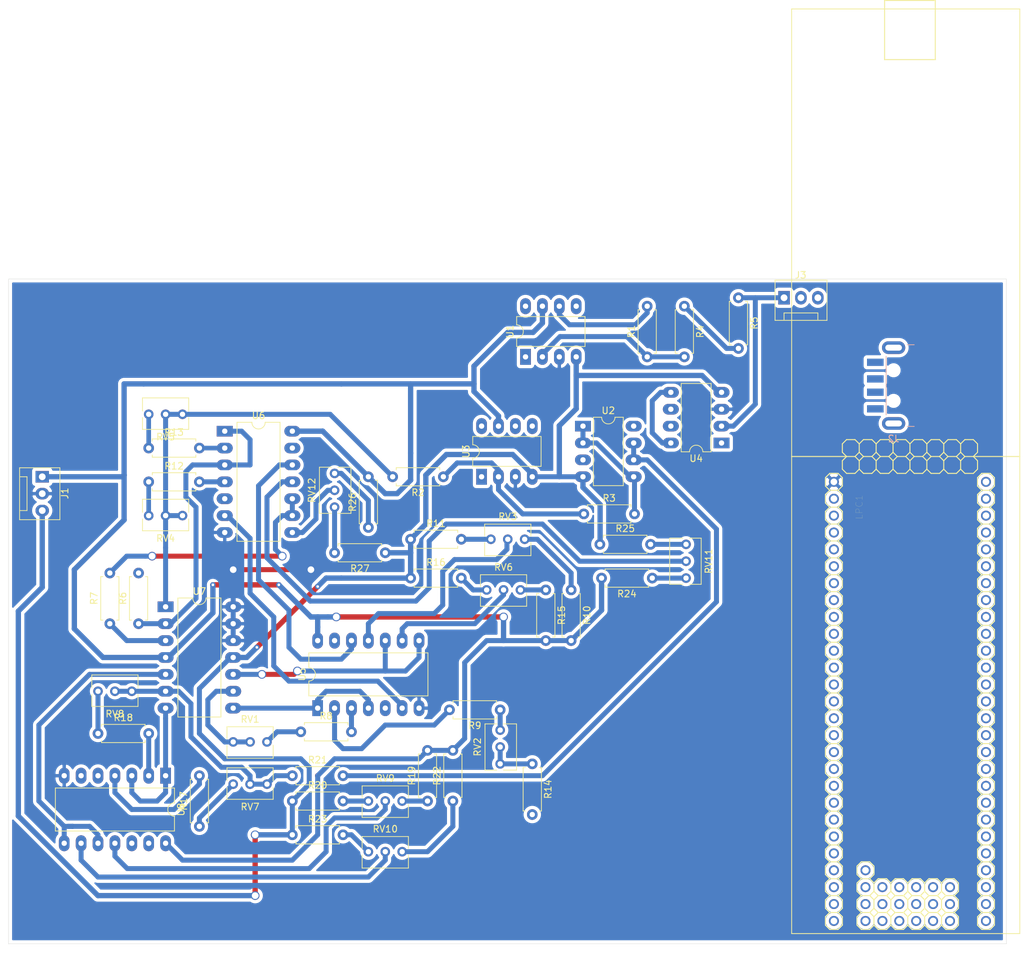
<source format=kicad_pcb>
(kicad_pcb (version 20171130) (host pcbnew "(5.1.7)-1")
  (layers (0 F.Cu signal) (31 B.Cu signal) (34 B.Paste user) (35 F.Paste user) (36 B.SilkS user) (37 F.SilkS user) (38 B.Mask user) (39 F.Mask user) (44 Edge.Cuts user))
  (net 0 "")
  (net 1 +5V)
  (net 2 -5V)
  (net 3 "Net-(J3-Pad3)")
  (net 4 "Net-(J3-Pad2)")
  (net 5 "Net-(J3-Pad1)")
  (net 6 "Net-(R1-Pad1)")
  (net 7 "Net-(R2-Pad1)")
  (net 8 "Net-(R3-Pad2)")
  (net 9 "Net-(R4-Pad1)")
  (net 10 "Net-(R6-Pad1)")
  (net 11 "Net-(R7-Pad1)")
  (net 12 "Net-(R8-Pad1)")
  (net 13 "Net-(R8-Pad2)")
  (net 14 "Net-(R9-Pad2)")
  (net 15 "Net-(R9-Pad1)")
  (net 16 "Net-(R10-Pad1)")
  (net 17 "Net-(R11-Pad2)")
  (net 18 "Net-(R12-Pad1)")
  (net 19 "Net-(R12-Pad2)")
  (net 20 "Net-(R13-Pad2)")
  (net 21 "Net-(R13-Pad1)")
  (net 22 "Net-(R14-Pad1)")
  (net 23 "Net-(R15-Pad1)")
  (net 24 "Net-(R16-Pad2)")
  (net 25 "Net-(R17-Pad2)")
  (net 26 "Net-(R17-Pad1)")
  (net 27 "Net-(R18-Pad1)")
  (net 28 "Net-(R18-Pad2)")
  (net 29 "Net-(R19-Pad1)")
  (net 30 "Net-(R20-Pad2)")
  (net 31 "Net-(R21-Pad1)")
  (net 32 "Net-(R22-Pad1)")
  (net 33 "Net-(R23-Pad2)")
  (net 34 "Net-(RV3-Pad2)")
  (net 35 "Net-(RV6-Pad2)")
  (net 36 "Net-(RV9-Pad2)")
  (net 37 "Net-(RV10-Pad2)")
  (net 38 /salida_dac/VIN)
  (net 39 /salida_dac/I_IN)
  (net 40 /salida_dac/V_IN)
  (net 41 GND)
  (net 42 "Net-(U5-Pad10)")
  (net 43 "Net-(U7-Pad5)")
  (net 44 "Net-(R7-Pad2)")
  (net 45 "Net-(R24-Pad1)")
  (net 46 "Net-(R25-Pad2)")
  (net 47 "Net-(R26-Pad1)")
  (net 48 "Net-(R27-Pad2)")
  (net 49 "Net-(RV11-Pad2)")
  (net 50 "Net-(RV12-Pad2)")
  (net 51 /salida_dac/OFF_I_2)
  (net 52 /salida_dac/OFF_I_1)
  (net 53 "Net-(J2-Pad2)")
  (net 54 "Net-(J2-Pad3)")
  (net 55 "Net-(J2-Pad5)")
  (net 56 /LPC/DAC)
  (net 57 /LPC/ADC0)
  (net 58 /LPC/P0.2)
  (net 59 /LPC/P0.3)
  (net 60 /LPC/P2.2)
  (net 61 /LPC/P2.1)
  (net 62 /LPC/ADC1)
  (net 63 /LPC/P2.5)
  (net 64 /salida_dac/OFF_V_2)
  (net 65 /salida_dac/OFF_V_1)
  (net 66 /LPC/P2.6)
  (module Connector:FanPinHeader_1x03_P2.54mm_Vertical (layer F.Cu) (at 655.066 32.258 270)
    (fp_text reference J1 (at 2.5 -3.4 270) (layer F.SilkS))
    (fp_text value Conn_01x03_Female)
    (pad 1 thru_hole rect (at 0 0) (size 2.03 1.73) (drill 1.02) (layers *.Cu *.Mask) (net 1 +5V))
    (pad 2 thru_hole oval (at 2.54 0) (size 2.03 1.73) (drill 1.02) (layers *.Cu *.Mask) (net 41 GND))
    (pad 3 thru_hole oval (at 5.08 0) (size 2.03 1.73) (drill 1.02) (layers *.Cu *.Mask) (net 2 -5V))
  )
  (module Resistor_THT:R_Axial_DIN0207_L6.3mm_D2.5mm_P7.62mm_Horizontal (layer F.Cu) (at 669.544 54.356 90)
    (fp_text reference R6 (at 3.81 -2.37 90) (layer F.SilkS))
    (fp_text value R)
    (pad 2 thru_hole oval (at 7.62 0 90) (size 1.6 1.6) (drill 0.8) (layers *.Cu *.Mask) (net 56 /LPC/DAC))
    (pad 1 thru_hole circle (at 0 0 90) (size 1.6 1.6) (drill 0.8) (layers *.Cu *.Mask) (net 10 "Net-(R6-Pad1)"))
  )
  (module Resistor_THT:R_Axial_DIN0207_L6.3mm_D2.5mm_P7.62mm_Horizontal (layer F.Cu) (at 665.226 54.356 90)
    (fp_text reference R7 (at 3.81 -2.37 90) (layer F.SilkS))
    (fp_text value R)
    (pad 2 thru_hole oval (at 7.62 0 90) (size 1.6 1.6) (drill 0.8) (layers *.Cu *.Mask) (net 44 "Net-(R7-Pad2)"))
    (pad 1 thru_hole circle (at 0 0 90) (size 1.6 1.6) (drill 0.8) (layers *.Cu *.Mask) (net 11 "Net-(R7-Pad1)"))
  )
  (module Resistor_THT:R_Axial_DIN0207_L6.3mm_D2.5mm_P7.62mm_Horizontal (layer F.Cu) (at 723.9 67.31 180)
    (fp_text reference R9 (at 3.81 -2.37 180) (layer F.SilkS))
    (fp_text value R)
    (pad 2 thru_hole oval (at 7.62 0 180) (size 1.6 1.6) (drill 0.8) (layers *.Cu *.Mask) (net 14 "Net-(R9-Pad2)"))
    (pad 1 thru_hole circle (at 0 0 180) (size 1.6 1.6) (drill 0.8) (layers *.Cu *.Mask) (net 15 "Net-(R9-Pad1)"))
  )
  (module Resistor_THT:R_Axial_DIN0207_L6.3mm_D2.5mm_P7.62mm_Horizontal (layer F.Cu) (at 734.568 49.276 270)
    (fp_text reference R10 (at 3.81 -2.37 270) (layer F.SilkS))
    (fp_text value R)
    (pad 2 thru_hole oval (at 7.62 0 270) (size 1.6 1.6) (drill 0.8) (layers *.Cu *.Mask) (net 1 +5V))
    (pad 1 thru_hole circle (at 0 0 270) (size 1.6 1.6) (drill 0.8) (layers *.Cu *.Mask) (net 16 "Net-(R10-Pad1)"))
  )
  (module Resistor_THT:R_Axial_DIN0207_L6.3mm_D2.5mm_P7.62mm_Horizontal (layer F.Cu) (at 671.068 27.94)
    (fp_text reference R13 (at 3.81 -2.37) (layer F.SilkS))
    (fp_text value R)
    (pad 2 thru_hole oval (at 7.62 0) (size 1.6 1.6) (drill 0.8) (layers *.Cu *.Mask) (net 20 "Net-(R13-Pad2)"))
    (pad 1 thru_hole circle (at 0 0) (size 1.6 1.6) (drill 0.8) (layers *.Cu *.Mask) (net 21 "Net-(R13-Pad1)"))
  )
  (module Resistor_THT:R_Axial_DIN0207_L6.3mm_D2.5mm_P7.62mm_Horizontal (layer F.Cu) (at 671.068 33.02)
    (fp_text reference R12 (at 3.81 -2.37) (layer F.SilkS))
    (fp_text value R)
    (pad 1 thru_hole circle (at 0 0) (size 1.6 1.6) (drill 0.8) (layers *.Cu *.Mask) (net 18 "Net-(R12-Pad1)"))
    (pad 2 thru_hole oval (at 7.62 0) (size 1.6 1.6) (drill 0.8) (layers *.Cu *.Mask) (net 19 "Net-(R12-Pad2)"))
  )
  (module Resistor_THT:R_Axial_DIN0207_L6.3mm_D2.5mm_P7.62mm_Horizontal (layer F.Cu) (at 728.726 75.438 270)
    (fp_text reference R14 (at 3.81 -2.37 270) (layer F.SilkS))
    (fp_text value R)
    (pad 1 thru_hole circle (at 0 0 270) (size 1.6 1.6) (drill 0.8) (layers *.Cu *.Mask) (net 22 "Net-(R14-Pad1)"))
    (pad 2 thru_hole oval (at 7.62 0 270) (size 1.6 1.6) (drill 0.8) (layers *.Cu *.Mask) (net 39 /salida_dac/I_IN))
  )
  (module Resistor_THT:R_Axial_DIN0207_L6.3mm_D2.5mm_P7.62mm_Horizontal (layer F.Cu) (at 730.758 49.276 270)
    (fp_text reference R15 (at 3.81 -2.37 270) (layer F.SilkS))
    (fp_text value R)
    (pad 2 thru_hole oval (at 7.62 0 270) (size 1.6 1.6) (drill 0.8) (layers *.Cu *.Mask) (net 1 +5V))
    (pad 1 thru_hole circle (at 0 0 270) (size 1.6 1.6) (drill 0.8) (layers *.Cu *.Mask) (net 23 "Net-(R15-Pad1)"))
  )
  (module Resistor_THT:R_Axial_DIN0207_L6.3mm_D2.5mm_P7.62mm_Horizontal (layer F.Cu) (at 710.438 47.498)
    (fp_text reference R16 (at 3.81 -2.37) (layer F.SilkS))
    (fp_text value R)
    (pad 1 thru_hole circle (at 0 0) (size 1.6 1.6) (drill 0.8) (layers *.Cu *.Mask) (net 2 -5V))
    (pad 2 thru_hole oval (at 7.62 0) (size 1.6 1.6) (drill 0.8) (layers *.Cu *.Mask) (net 24 "Net-(R16-Pad2)"))
  )
  (module Resistor_THT:R_Axial_DIN0207_L6.3mm_D2.5mm_P7.62mm_Horizontal (layer F.Cu) (at 678.688 84.836 90)
    (fp_text reference R17 (at 3.81 -2.37 90) (layer F.SilkS))
    (fp_text value R)
    (pad 1 thru_hole circle (at 0 0 90) (size 1.6 1.6) (drill 0.8) (layers *.Cu *.Mask) (net 26 "Net-(R17-Pad1)"))
    (pad 2 thru_hole oval (at 7.62 0 90) (size 1.6 1.6) (drill 0.8) (layers *.Cu *.Mask) (net 25 "Net-(R17-Pad2)"))
  )
  (module Resistor_THT:R_Axial_DIN0207_L6.3mm_D2.5mm_P7.62mm_Horizontal (layer F.Cu) (at 663.448 70.866)
    (fp_text reference R18 (at 3.81 -2.37) (layer F.SilkS))
    (fp_text value R)
    (pad 2 thru_hole oval (at 7.62 0) (size 1.6 1.6) (drill 0.8) (layers *.Cu *.Mask) (net 28 "Net-(R18-Pad2)"))
    (pad 1 thru_hole circle (at 0 0) (size 1.6 1.6) (drill 0.8) (layers *.Cu *.Mask) (net 27 "Net-(R18-Pad1)"))
  )
  (module Resistor_THT:R_Axial_DIN0207_L6.3mm_D2.5mm_P7.62mm_Horizontal (layer F.Cu) (at 712.978 81.026 90)
    (fp_text reference R19 (at 3.81 -2.37 90) (layer F.SilkS))
    (fp_text value R)
    (pad 2 thru_hole oval (at 7.62 0 90) (size 1.6 1.6) (drill 0.8) (layers *.Cu *.Mask) (net 1 +5V))
    (pad 1 thru_hole circle (at 0 0 90) (size 1.6 1.6) (drill 0.8) (layers *.Cu *.Mask) (net 29 "Net-(R19-Pad1)"))
  )
  (module Resistor_THT:R_Axial_DIN0207_L6.3mm_D2.5mm_P7.62mm_Horizontal (layer F.Cu) (at 692.658 77.216)
    (fp_text reference R21 (at 3.81 -2.37) (layer F.SilkS))
    (fp_text value R)
    (pad 1 thru_hole circle (at 0 0) (size 1.6 1.6) (drill 0.8) (layers *.Cu *.Mask) (net 31 "Net-(R21-Pad1)"))
    (pad 2 thru_hole oval (at 7.62 0) (size 1.6 1.6) (drill 0.8) (layers *.Cu *.Mask) (net 40 /salida_dac/V_IN))
  )
  (module Resistor_THT:R_Axial_DIN0207_L6.3mm_D2.5mm_P7.62mm_Horizontal (layer F.Cu) (at 693.928 70.612)
    (fp_text reference R8 (at 3.81 -2.37) (layer F.SilkS))
    (fp_text value R)
    (pad 1 thru_hole circle (at 0 0) (size 1.6 1.6) (drill 0.8) (layers *.Cu *.Mask) (net 12 "Net-(R8-Pad1)"))
    (pad 2 thru_hole oval (at 7.62 0) (size 1.6 1.6) (drill 0.8) (layers *.Cu *.Mask) (net 13 "Net-(R8-Pad2)"))
  )
  (module Resistor_THT:R_Axial_DIN0207_L6.3mm_D2.5mm_P7.62mm_Horizontal (layer F.Cu) (at 716.788 81.026 90)
    (fp_text reference R22 (at 3.81 -2.37 90) (layer F.SilkS))
    (fp_text value R)
    (pad 2 thru_hole oval (at 7.62 0 90) (size 1.6 1.6) (drill 0.8) (layers *.Cu *.Mask) (net 1 +5V))
    (pad 1 thru_hole circle (at 0 0 90) (size 1.6 1.6) (drill 0.8) (layers *.Cu *.Mask) (net 32 "Net-(R22-Pad1)"))
  )
  (module Resistor_THT:R_Axial_DIN0207_L6.3mm_D2.5mm_P7.62mm_Horizontal (layer F.Cu) (at 692.658 86.106)
    (fp_text reference R23 (at 3.81 -2.37) (layer F.SilkS))
    (fp_text value R)
    (pad 1 thru_hole circle (at 0 0) (size 1.6 1.6) (drill 0.8) (layers *.Cu *.Mask) (net 2 -5V))
    (pad 2 thru_hole oval (at 7.62 0) (size 1.6 1.6) (drill 0.8) (layers *.Cu *.Mask) (net 33 "Net-(R23-Pad2)"))
  )
  (module Potentiometer_THT:Potentiometer_Bourns_3266Y_Vertical (layer F.Cu) (at 688.848 72.136)
    (fp_text reference RV1 (at -2.54 -3.41) (layer F.SilkS))
    (fp_text value R_POT)
    (pad 1 thru_hole circle (at 0 0) (size 1.44 1.44) (drill 0.8) (layers *.Cu *.Mask) (net 12 "Net-(R8-Pad1)"))
    (pad 2 thru_hole circle (at -2.54 0) (size 1.44 1.44) (drill 0.8) (layers *.Cu *.Mask) (net 22 "Net-(R14-Pad1)"))
    (pad 3 thru_hole circle (at -5.08 0) (size 1.44 1.44) (drill 0.8) (layers *.Cu *.Mask) (net 22 "Net-(R14-Pad1)"))
  )
  (module Resistor_THT:R_Axial_DIN0207_L6.3mm_D2.5mm_P7.62mm_Horizontal (layer F.Cu) (at 710.438 41.656)
    (fp_text reference R11 (at 3.81 -2.37) (layer F.SilkS))
    (fp_text value R)
    (pad 1 thru_hole circle (at 0 0) (size 1.6 1.6) (drill 0.8) (layers *.Cu *.Mask) (net 2 -5V))
    (pad 2 thru_hole oval (at 7.62 0) (size 1.6 1.6) (drill 0.8) (layers *.Cu *.Mask) (net 17 "Net-(R11-Pad2)"))
  )
  (module Resistor_THT:R_Axial_DIN0207_L6.3mm_D2.5mm_P7.62mm_Horizontal (layer F.Cu) (at 692.658 81.026)
    (fp_text reference R20 (at 3.81 -2.37) (layer F.SilkS))
    (fp_text value R)
    (pad 1 thru_hole circle (at 0 0) (size 1.6 1.6) (drill 0.8) (layers *.Cu *.Mask) (net 2 -5V))
    (pad 2 thru_hole oval (at 7.62 0) (size 1.6 1.6) (drill 0.8) (layers *.Cu *.Mask) (net 30 "Net-(R20-Pad2)"))
  )
  (module Potentiometer_THT:Potentiometer_Bourns_3266Y_Vertical (layer F.Cu) (at 723.9 70.358 90)
    (fp_text reference RV2 (at -2.54 -3.41 90) (layer F.SilkS))
    (fp_text value R_POT)
    (pad 3 thru_hole circle (at -5.08 0 90) (size 1.44 1.44) (drill 0.8) (layers *.Cu *.Mask) (net 22 "Net-(R14-Pad1)"))
    (pad 2 thru_hole circle (at -2.54 0 90) (size 1.44 1.44) (drill 0.8) (layers *.Cu *.Mask) (net 22 "Net-(R14-Pad1)"))
    (pad 1 thru_hole circle (at 0 0 90) (size 1.44 1.44) (drill 0.8) (layers *.Cu *.Mask) (net 15 "Net-(R9-Pad1)"))
  )
  (module Potentiometer_THT:Potentiometer_Bourns_3266Y_Vertical (layer F.Cu) (at 671.068 38.1 180)
    (fp_text reference RV4 (at -2.54 -3.41 180) (layer F.SilkS))
    (fp_text value R_POT)
    (pad 3 thru_hole circle (at -5.08 0 180) (size 1.44 1.44) (drill 0.8) (layers *.Cu *.Mask) (net 38 /salida_dac/VIN))
    (pad 2 thru_hole circle (at -2.54 0 180) (size 1.44 1.44) (drill 0.8) (layers *.Cu *.Mask) (net 38 /salida_dac/VIN))
    (pad 1 thru_hole circle (at 0 0 180) (size 1.44 1.44) (drill 0.8) (layers *.Cu *.Mask) (net 18 "Net-(R12-Pad1)"))
  )
  (module Potentiometer_THT:Potentiometer_Bourns_3266Y_Vertical (layer F.Cu) (at 663.448 64.516 180)
    (fp_text reference RV8 (at -2.54 -3.41 180) (layer F.SilkS))
    (fp_text value R_POT)
    (pad 3 thru_hole circle (at -5.08 0 180) (size 1.44 1.44) (drill 0.8) (layers *.Cu *.Mask) (net 31 "Net-(R21-Pad1)"))
    (pad 2 thru_hole circle (at -2.54 0 180) (size 1.44 1.44) (drill 0.8) (layers *.Cu *.Mask) (net 31 "Net-(R21-Pad1)"))
    (pad 1 thru_hole circle (at 0 0 180) (size 1.44 1.44) (drill 0.8) (layers *.Cu *.Mask) (net 27 "Net-(R18-Pad1)"))
  )
  (module Potentiometer_THT:Potentiometer_Bourns_3266Y_Vertical (layer F.Cu) (at 683.768 78.486 180)
    (fp_text reference RV7 (at -2.54 -3.41 180) (layer F.SilkS))
    (fp_text value R_POT)
    (pad 1 thru_hole circle (at 0 0 180) (size 1.44 1.44) (drill 0.8) (layers *.Cu *.Mask) (net 26 "Net-(R17-Pad1)"))
    (pad 2 thru_hole circle (at -2.54 0 180) (size 1.44 1.44) (drill 0.8) (layers *.Cu *.Mask) (net 31 "Net-(R21-Pad1)"))
    (pad 3 thru_hole circle (at -5.08 0 180) (size 1.44 1.44) (drill 0.8) (layers *.Cu *.Mask) (net 31 "Net-(R21-Pad1)"))
  )
  (module Potentiometer_THT:Potentiometer_Bourns_3266Y_Vertical (layer F.Cu) (at 709.168 81.026)
    (fp_text reference RV9 (at -2.54 -3.41) (layer F.SilkS))
    (fp_text value R_POT)
    (pad 3 thru_hole circle (at -5.08 0) (size 1.44 1.44) (drill 0.8) (layers *.Cu *.Mask) (net 30 "Net-(R20-Pad2)"))
    (pad 2 thru_hole circle (at -2.54 0) (size 1.44 1.44) (drill 0.8) (layers *.Cu *.Mask) (net 36 "Net-(RV9-Pad2)"))
    (pad 1 thru_hole circle (at 0 0) (size 1.44 1.44) (drill 0.8) (layers *.Cu *.Mask) (net 29 "Net-(R19-Pad1)"))
  )
  (module Potentiometer_THT:Potentiometer_Bourns_3266Y_Vertical (layer F.Cu) (at 709.168 88.646)
    (fp_text reference RV10 (at -2.54 -3.41) (layer F.SilkS))
    (fp_text value R_POT)
    (pad 1 thru_hole circle (at 0 0) (size 1.44 1.44) (drill 0.8) (layers *.Cu *.Mask) (net 32 "Net-(R22-Pad1)"))
    (pad 2 thru_hole circle (at -2.54 0) (size 1.44 1.44) (drill 0.8) (layers *.Cu *.Mask) (net 37 "Net-(RV10-Pad2)"))
    (pad 3 thru_hole circle (at -5.08 0) (size 1.44 1.44) (drill 0.8) (layers *.Cu *.Mask) (net 33 "Net-(R23-Pad2)"))
  )
  (module Potentiometer_THT:Potentiometer_Bourns_3266Y_Vertical (layer F.Cu) (at 727.583 41.656)
    (fp_text reference RV3 (at -2.54 -3.41) (layer F.SilkS))
    (fp_text value R_POT)
    (pad 1 thru_hole circle (at 0 0) (size 1.44 1.44) (drill 0.8) (layers *.Cu *.Mask) (net 16 "Net-(R10-Pad1)"))
    (pad 2 thru_hole circle (at -2.54 0) (size 1.44 1.44) (drill 0.8) (layers *.Cu *.Mask) (net 34 "Net-(RV3-Pad2)"))
    (pad 3 thru_hole circle (at -5.08 0) (size 1.44 1.44) (drill 0.8) (layers *.Cu *.Mask) (net 17 "Net-(R11-Pad2)"))
  )
  (module Potentiometer_THT:Potentiometer_Bourns_3266Y_Vertical (layer F.Cu) (at 671.068 22.86 180)
    (fp_text reference RV5 (at -2.54 -3.41 180) (layer F.SilkS))
    (fp_text value R_POT)
    (pad 1 thru_hole circle (at 0 0 180) (size 1.44 1.44) (drill 0.8) (layers *.Cu *.Mask) (net 21 "Net-(R13-Pad1)"))
    (pad 2 thru_hole circle (at -2.54 0 180) (size 1.44 1.44) (drill 0.8) (layers *.Cu *.Mask) (net 38 /salida_dac/VIN))
    (pad 3 thru_hole circle (at -5.08 0 180) (size 1.44 1.44) (drill 0.8) (layers *.Cu *.Mask) (net 38 /salida_dac/VIN))
  )
  (module Potentiometer_THT:Potentiometer_Bourns_3266Y_Vertical (layer F.Cu) (at 726.948 49.276)
    (fp_text reference RV6 (at -2.54 -3.41) (layer F.SilkS))
    (fp_text value R_POT)
    (pad 3 thru_hole circle (at -5.08 0) (size 1.44 1.44) (drill 0.8) (layers *.Cu *.Mask) (net 24 "Net-(R16-Pad2)"))
    (pad 2 thru_hole circle (at -2.54 0) (size 1.44 1.44) (drill 0.8) (layers *.Cu *.Mask) (net 35 "Net-(RV6-Pad2)"))
    (pad 1 thru_hole circle (at 0 0) (size 1.44 1.44) (drill 0.8) (layers *.Cu *.Mask) (net 23 "Net-(R15-Pad1)"))
  )
  (module Resistor_THT:R_Axial_DIN0207_L6.3mm_D2.5mm_P7.62mm_Horizontal (layer F.Cu) (at 759.714 5.334 270)
    (fp_text reference R5 (at 3.81 -2.37 90) (layer F.SilkS))
    (fp_text value R)
    (pad 2 thru_hole oval (at 7.62 0 270) (size 1.6 1.6) (drill 0.8) (layers *.Cu *.Mask) (net 9 "Net-(R4-Pad1)"))
    (pad 1 thru_hole circle (at 0 0 270) (size 1.6 1.6) (drill 0.8) (layers *.Cu *.Mask) (net 5 "Net-(J3-Pad1)"))
  )
  (module Package_DIP:DIP-8_W7.62mm_LongPads (layer F.Cu) (at 727.71 14.224 90)
    (fp_text reference U1 (at 3.81 -2.33 90) (layer F.SilkS))
    (fp_text value OP77)
    (pad 1 thru_hole rect (at 0 0 90) (size 2.4 1.6) (drill 0.8) (layers *.Cu *.Mask))
    (pad 5 thru_hole oval (at 7.62 7.62 90) (size 2.4 1.6) (drill 0.8) (layers *.Cu *.Mask))
    (pad 2 thru_hole oval (at 0 2.54 90) (size 2.4 1.6) (drill 0.8) (layers *.Cu *.Mask) (net 6 "Net-(R1-Pad1)"))
    (pad 6 thru_hole oval (at 7.62 5.08 90) (size 2.4 1.6) (drill 0.8) (layers *.Cu *.Mask) (net 39 /salida_dac/I_IN))
    (pad 3 thru_hole oval (at 0 5.08 90) (size 2.4 1.6) (drill 0.8) (layers *.Cu *.Mask) (net 41 GND))
    (pad 7 thru_hole oval (at 7.62 2.54 90) (size 2.4 1.6) (drill 0.8) (layers *.Cu *.Mask) (net 1 +5V))
    (pad 4 thru_hole oval (at 0 7.62 90) (size 2.4 1.6) (drill 0.8) (layers *.Cu *.Mask) (net 2 -5V))
    (pad 8 thru_hole oval (at 7.62 0 90) (size 2.4 1.6) (drill 0.8) (layers *.Cu *.Mask))
  )
  (module Resistor_THT:R_Axial_DIN0207_L6.3mm_D2.5mm_P7.62mm_Horizontal (layer F.Cu) (at 736.473 37.846)
    (fp_text reference R3 (at 3.81 -2.37) (layer F.SilkS))
    (fp_text value 100k)
    (pad 1 thru_hole circle (at 0 0) (size 1.6 1.6) (drill 0.8) (layers *.Cu *.Mask) (net 7 "Net-(R2-Pad1)"))
    (pad 2 thru_hole oval (at 7.62 0) (size 1.6 1.6) (drill 0.8) (layers *.Cu *.Mask) (net 8 "Net-(R3-Pad2)"))
  )
  (module Resistor_THT:R_Axial_DIN0207_L6.3mm_D2.5mm_P7.62mm_Horizontal (layer F.Cu) (at 715.358 32.258 180)
    (fp_text reference R2 (at 3.81 -2.37 180) (layer F.SilkS))
    (fp_text value 100k)
    (pad 1 thru_hole circle (at 0 0 180) (size 1.6 1.6) (drill 0.8) (layers *.Cu *.Mask) (net 7 "Net-(R2-Pad1)"))
    (pad 2 thru_hole oval (at 7.62 0 180) (size 1.6 1.6) (drill 0.8) (layers *.Cu *.Mask) (net 38 /salida_dac/VIN))
  )
  (module Connector:FanPinHeader_1x03_P2.54mm_Vertical (layer F.Cu) (at 766.572 5.334)
    (fp_text reference J3 (at 2.5 -3.4 -180) (layer F.SilkS))
    (fp_text value Conn_01x03_Male)
    (pad 3 thru_hole oval (at 5.08 0 90) (size 2.03 1.73) (drill 1.02) (layers *.Cu *.Mask) (net 3 "Net-(J3-Pad3)"))
    (pad 2 thru_hole oval (at 2.54 0 90) (size 2.03 1.73) (drill 1.02) (layers *.Cu *.Mask) (net 4 "Net-(J3-Pad2)"))
    (pad 1 thru_hole rect (at 0 0 90) (size 2.03 1.73) (drill 1.02) (layers *.Cu *.Mask) (net 5 "Net-(J3-Pad1)"))
  )
  (module Resistor_THT:R_Axial_DIN0207_L6.3mm_D2.5mm_P7.62mm_Horizontal (layer F.Cu) (at 745.998 14.224 90)
    (fp_text reference R1 (at 3.81 -2.37 90) (layer F.SilkS))
    (fp_text value R)
    (pad 1 thru_hole circle (at 0 0 90) (size 1.6 1.6) (drill 0.8) (layers *.Cu *.Mask) (net 6 "Net-(R1-Pad1)"))
    (pad 2 thru_hole oval (at 7.62 0 90) (size 1.6 1.6) (drill 0.8) (layers *.Cu *.Mask) (net 39 /salida_dac/I_IN))
  )
  (module Resistor_THT:R_Axial_DIN0207_L6.3mm_D2.5mm_P7.62mm_Horizontal (layer F.Cu) (at 751.586 6.604 270)
    (fp_text reference R4 (at 3.81 -2.37 90) (layer F.SilkS))
    (fp_text value R)
    (pad 2 thru_hole oval (at 7.62 0 270) (size 1.6 1.6) (drill 0.8) (layers *.Cu *.Mask) (net 6 "Net-(R1-Pad1)"))
    (pad 1 thru_hole circle (at 0 0 270) (size 1.6 1.6) (drill 0.8) (layers *.Cu *.Mask) (net 9 "Net-(R4-Pad1)"))
  )
  (module Package_DIP:DIP-8_W7.62mm_LongPads (layer F.Cu) (at 721.106 32.258 90)
    (fp_text reference U3 (at 3.81 -2.33 90) (layer F.SilkS))
    (fp_text value OP77)
    (pad 8 thru_hole oval (at 7.62 0 90) (size 2.4 1.6) (drill 0.8) (layers *.Cu *.Mask))
    (pad 4 thru_hole oval (at 0 7.62 90) (size 2.4 1.6) (drill 0.8) (layers *.Cu *.Mask) (net 2 -5V))
    (pad 7 thru_hole oval (at 7.62 2.54 90) (size 2.4 1.6) (drill 0.8) (layers *.Cu *.Mask) (net 1 +5V))
    (pad 3 thru_hole oval (at 0 5.08 90) (size 2.4 1.6) (drill 0.8) (layers *.Cu *.Mask) (net 41 GND))
    (pad 6 thru_hole oval (at 7.62 5.08 90) (size 2.4 1.6) (drill 0.8) (layers *.Cu *.Mask) (net 3 "Net-(J3-Pad3)"))
    (pad 2 thru_hole oval (at 0 2.54 90) (size 2.4 1.6) (drill 0.8) (layers *.Cu *.Mask) (net 7 "Net-(R2-Pad1)"))
    (pad 5 thru_hole oval (at 7.62 7.62 90) (size 2.4 1.6) (drill 0.8) (layers *.Cu *.Mask))
    (pad 1 thru_hole rect (at 0 0 90) (size 2.4 1.6) (drill 0.8) (layers *.Cu *.Mask))
  )
  (module Package_DIP:DIP-8_W7.62mm_LongPads (layer F.Cu) (at 757.174 27.178 180)
    (fp_text reference U4 (at 3.81 -2.33) (layer F.SilkS))
    (fp_text value OP77)
    (pad 8 thru_hole oval (at 7.62 0 180) (size 2.4 1.6) (drill 0.8) (layers *.Cu *.Mask))
    (pad 4 thru_hole oval (at 0 7.62 180) (size 2.4 1.6) (drill 0.8) (layers *.Cu *.Mask) (net 2 -5V))
    (pad 7 thru_hole oval (at 7.62 2.54 180) (size 2.4 1.6) (drill 0.8) (layers *.Cu *.Mask) (net 1 +5V))
    (pad 3 thru_hole oval (at 0 5.08 180) (size 2.4 1.6) (drill 0.8) (layers *.Cu *.Mask) (net 41 GND))
    (pad 6 thru_hole oval (at 7.62 5.08 180) (size 2.4 1.6) (drill 0.8) (layers *.Cu *.Mask) (net 9 "Net-(R4-Pad1)"))
    (pad 2 thru_hole oval (at 0 2.54 180) (size 2.4 1.6) (drill 0.8) (layers *.Cu *.Mask) (net 5 "Net-(J3-Pad1)"))
    (pad 5 thru_hole oval (at 7.62 7.62 180) (size 2.4 1.6) (drill 0.8) (layers *.Cu *.Mask))
    (pad 1 thru_hole rect (at 0 0 180) (size 2.4 1.6) (drill 0.8) (layers *.Cu *.Mask))
  )
  (module Package_DIP:DIP-8_W7.62mm_LongPads (layer F.Cu) (at 736.346 24.638)
    (fp_text reference U2 (at 3.81 -2.33) (layer F.SilkS))
    (fp_text value TL082)
    (pad 8 thru_hole oval (at 7.62 0) (size 2.4 1.6) (drill 0.8) (layers *.Cu *.Mask) (net 1 +5V))
    (pad 4 thru_hole oval (at 0 7.62) (size 2.4 1.6) (drill 0.8) (layers *.Cu *.Mask) (net 2 -5V))
    (pad 7 thru_hole oval (at 7.62 2.54) (size 2.4 1.6) (drill 0.8) (layers *.Cu *.Mask) (net 40 /salida_dac/V_IN))
    (pad 3 thru_hole oval (at 0 5.08) (size 2.4 1.6) (drill 0.8) (layers *.Cu *.Mask) (net 4 "Net-(J3-Pad2)"))
    (pad 6 thru_hole oval (at 7.62 5.08) (size 2.4 1.6) (drill 0.8) (layers *.Cu *.Mask) (net 40 /salida_dac/V_IN))
    (pad 2 thru_hole oval (at 0 2.54) (size 2.4 1.6) (drill 0.8) (layers *.Cu *.Mask) (net 8 "Net-(R3-Pad2)"))
    (pad 5 thru_hole oval (at 7.62 7.62) (size 2.4 1.6) (drill 0.8) (layers *.Cu *.Mask) (net 8 "Net-(R3-Pad2)"))
    (pad 1 thru_hole rect (at 0 0) (size 2.4 1.6) (drill 0.8) (layers *.Cu *.Mask) (net 8 "Net-(R3-Pad2)"))
  )
  (module Package_DIP:DIP-14_W10.16mm_LongPads (layer F.Cu) (at 673.608 51.816)
    (fp_text reference U7 (at 5.08 -2.33) (layer F.SilkS))
    (fp_text value TL064)
    (pad 1 thru_hole rect (at 0 0) (size 2.4 1.6) (drill 0.8) (layers *.Cu *.Mask) (net 38 /salida_dac/VIN))
    (pad 8 thru_hole oval (at 10.16 15.24) (size 2.4 1.6) (drill 0.8) (layers *.Cu *.Mask) (net 57 /LPC/ADC0))
    (pad 2 thru_hole oval (at 0 2.54) (size 2.4 1.6) (drill 0.8) (layers *.Cu *.Mask) (net 10 "Net-(R6-Pad1)"))
    (pad 9 thru_hole oval (at 10.16 12.7) (size 2.4 1.6) (drill 0.8) (layers *.Cu *.Mask) (net 22 "Net-(R14-Pad1)"))
    (pad 3 thru_hole oval (at 0 5.08) (size 2.4 1.6) (drill 0.8) (layers *.Cu *.Mask) (net 11 "Net-(R7-Pad1)"))
    (pad 10 thru_hole oval (at 10.16 10.16) (size 2.4 1.6) (drill 0.8) (layers *.Cu *.Mask) (net 42 "Net-(U5-Pad10)"))
    (pad 4 thru_hole oval (at 0 7.62) (size 2.4 1.6) (drill 0.8) (layers *.Cu *.Mask) (net 1 +5V))
    (pad 11 thru_hole oval (at 10.16 7.62) (size 2.4 1.6) (drill 0.8) (layers *.Cu *.Mask) (net 2 -5V))
    (pad 5 thru_hole oval (at 0 10.16) (size 2.4 1.6) (drill 0.8) (layers *.Cu *.Mask) (net 43 "Net-(U7-Pad5)"))
    (pad 12 thru_hole oval (at 10.16 5.08) (size 2.4 1.6) (drill 0.8) (layers *.Cu *.Mask) (net 41 GND))
    (pad 6 thru_hole oval (at 0 12.7) (size 2.4 1.6) (drill 0.8) (layers *.Cu *.Mask) (net 31 "Net-(R21-Pad1)"))
    (pad 13 thru_hole oval (at 10.16 2.54) (size 2.4 1.6) (drill 0.8) (layers *.Cu *.Mask) (net 41 GND))
    (pad 7 thru_hole oval (at 0 15.24) (size 2.4 1.6) (drill 0.8) (layers *.Cu *.Mask) (net 62 /LPC/ADC1))
    (pad 14 thru_hole oval (at 10.16 0) (size 2.4 1.6) (drill 0.8) (layers *.Cu *.Mask) (net 41 GND))
  )
  (module Package_DIP:DIP-14_W10.16mm_LongPads (layer F.Cu) (at 696.468 67.056 90)
    (fp_text reference U5 (at 5.08 -2.33 90) (layer F.SilkS))
    (fp_text value 4016)
    (pad 1 thru_hole rect (at 0 0 90) (size 2.4 1.6) (drill 0.8) (layers *.Cu *.Mask) (net 57 /LPC/ADC0))
    (pad 8 thru_hole oval (at 10.16 15.24 90) (size 2.4 1.6) (drill 0.8) (layers *.Cu *.Mask) (net 42 "Net-(U5-Pad10)"))
    (pad 2 thru_hole oval (at 0 2.54 90) (size 2.4 1.6) (drill 0.8) (layers *.Cu *.Mask) (net 14 "Net-(R9-Pad2)"))
    (pad 9 thru_hole oval (at 10.16 12.7 90) (size 2.4 1.6) (drill 0.8) (layers *.Cu *.Mask) (net 35 "Net-(RV6-Pad2)"))
    (pad 3 thru_hole oval (at 0 5.08 90) (size 2.4 1.6) (drill 0.8) (layers *.Cu *.Mask) (net 13 "Net-(R8-Pad2)"))
    (pad 10 thru_hole oval (at 10.16 10.16 90) (size 2.4 1.6) (drill 0.8) (layers *.Cu *.Mask) (net 42 "Net-(U5-Pad10)"))
    (pad 4 thru_hole oval (at 0 7.62 90) (size 2.4 1.6) (drill 0.8) (layers *.Cu *.Mask) (net 57 /LPC/ADC0))
    (pad 11 thru_hole oval (at 10.16 7.62 90) (size 2.4 1.6) (drill 0.8) (layers *.Cu *.Mask) (net 34 "Net-(RV3-Pad2)"))
    (pad 5 thru_hole oval (at 0 10.16 90) (size 2.4 1.6) (drill 0.8) (layers *.Cu *.Mask) (net 58 /LPC/P0.2))
    (pad 12 thru_hole oval (at 10.16 5.08 90) (size 2.4 1.6) (drill 0.8) (layers *.Cu *.Mask) (net 51 /salida_dac/OFF_I_2))
    (pad 6 thru_hole oval (at 0 12.7 90) (size 2.4 1.6) (drill 0.8) (layers *.Cu *.Mask) (net 52 /salida_dac/OFF_I_1))
    (pad 13 thru_hole oval (at 10.16 2.54 90) (size 2.4 1.6) (drill 0.8) (layers *.Cu *.Mask) (net 59 /LPC/P0.3))
    (pad 7 thru_hole oval (at 0 15.24 90) (size 2.4 1.6) (drill 0.8) (layers *.Cu *.Mask) (net 41 GND))
    (pad 14 thru_hole oval (at 10.16 0 90) (size 2.4 1.6) (drill 0.8) (layers *.Cu *.Mask) (net 1 +5V))
  )
  (module Package_DIP:DIP-14_W10.16mm_LongPads (layer F.Cu) (at 682.498 25.4)
    (fp_text reference U6 (at 5.08 -2.33) (layer F.SilkS))
    (fp_text value 4016)
    (pad 14 thru_hole oval (at 10.16 0) (size 2.4 1.6) (drill 0.8) (layers *.Cu *.Mask) (net 1 +5V))
    (pad 7 thru_hole oval (at 0 15.24) (size 2.4 1.6) (drill 0.8) (layers *.Cu *.Mask) (net 41 GND))
    (pad 13 thru_hole oval (at 10.16 2.54) (size 2.4 1.6) (drill 0.8) (layers *.Cu *.Mask) (net 60 /LPC/P2.2))
    (pad 6 thru_hole oval (at 0 12.7) (size 2.4 1.6) (drill 0.8) (layers *.Cu *.Mask) (net 52 /salida_dac/OFF_I_1))
    (pad 12 thru_hole oval (at 10.16 5.08) (size 2.4 1.6) (drill 0.8) (layers *.Cu *.Mask) (net 51 /salida_dac/OFF_I_2))
    (pad 5 thru_hole oval (at 0 10.16) (size 2.4 1.6) (drill 0.8) (layers *.Cu *.Mask) (net 61 /LPC/P2.1))
    (pad 11 thru_hole oval (at 10.16 7.62) (size 2.4 1.6) (drill 0.8) (layers *.Cu *.Mask) (net 49 "Net-(RV11-Pad2)"))
    (pad 4 thru_hole oval (at 0 7.62) (size 2.4 1.6) (drill 0.8) (layers *.Cu *.Mask) (net 19 "Net-(R12-Pad2)"))
    (pad 10 thru_hole oval (at 10.16 10.16) (size 2.4 1.6) (drill 0.8) (layers *.Cu *.Mask) (net 44 "Net-(R7-Pad2)"))
    (pad 3 thru_hole oval (at 0 5.08) (size 2.4 1.6) (drill 0.8) (layers *.Cu *.Mask) (net 10 "Net-(R6-Pad1)"))
    (pad 9 thru_hole oval (at 10.16 12.7) (size 2.4 1.6) (drill 0.8) (layers *.Cu *.Mask) (net 44 "Net-(R7-Pad2)"))
    (pad 2 thru_hole oval (at 0 2.54) (size 2.4 1.6) (drill 0.8) (layers *.Cu *.Mask) (net 20 "Net-(R13-Pad2)"))
    (pad 8 thru_hole oval (at 10.16 15.24) (size 2.4 1.6) (drill 0.8) (layers *.Cu *.Mask) (net 50 "Net-(RV12-Pad2)"))
    (pad 1 thru_hole rect (at 0 0) (size 2.4 1.6) (drill 0.8) (layers *.Cu *.Mask) (net 10 "Net-(R6-Pad1)"))
  )
  (module Package_DIP:DIP-14_W10.16mm_LongPads (layer F.Cu) (at 673.608 77.216 270)
    (fp_text reference U8 (at 5.08 -2.33 270) (layer F.SilkS))
    (fp_text value 4016)
    (pad 1 thru_hole rect (at 0 0 270) (size 2.4 1.6) (drill 0.8) (layers *.Cu *.Mask) (net 62 /LPC/ADC1))
    (pad 8 thru_hole oval (at 10.16 15.24 270) (size 2.4 1.6) (drill 0.8) (layers *.Cu *.Mask) (net 43 "Net-(U7-Pad5)"))
    (pad 2 thru_hole oval (at 0 2.54 270) (size 2.4 1.6) (drill 0.8) (layers *.Cu *.Mask) (net 28 "Net-(R18-Pad2)"))
    (pad 9 thru_hole oval (at 10.16 12.7 270) (size 2.4 1.6) (drill 0.8) (layers *.Cu *.Mask) (net 37 "Net-(RV10-Pad2)"))
    (pad 3 thru_hole oval (at 0 5.08 270) (size 2.4 1.6) (drill 0.8) (layers *.Cu *.Mask) (net 62 /LPC/ADC1))
    (pad 10 thru_hole oval (at 10.16 10.16 270) (size 2.4 1.6) (drill 0.8) (layers *.Cu *.Mask) (net 43 "Net-(U7-Pad5)"))
    (pad 4 thru_hole oval (at 0 7.62 270) (size 2.4 1.6) (drill 0.8) (layers *.Cu *.Mask) (net 25 "Net-(R17-Pad2)"))
    (pad 11 thru_hole oval (at 10.16 7.62 270) (size 2.4 1.6) (drill 0.8) (layers *.Cu *.Mask) (net 36 "Net-(RV9-Pad2)"))
    (pad 5 thru_hole oval (at 0 10.16 270) (size 2.4 1.6) (drill 0.8) (layers *.Cu *.Mask) (net 63 /LPC/P2.5))
    (pad 12 thru_hole oval (at 10.16 5.08 270) (size 2.4 1.6) (drill 0.8) (layers *.Cu *.Mask) (net 64 /salida_dac/OFF_V_2))
    (pad 6 thru_hole oval (at 0 12.7 270) (size 2.4 1.6) (drill 0.8) (layers *.Cu *.Mask) (net 65 /salida_dac/OFF_V_1))
    (pad 13 thru_hole oval (at 10.16 2.54 270) (size 2.4 1.6) (drill 0.8) (layers *.Cu *.Mask) (net 66 /LPC/P2.6))
    (pad 7 thru_hole oval (at 0 15.24 270) (size 2.4 1.6) (drill 0.8) (layers *.Cu *.Mask) (net 41 GND))
    (pad 14 thru_hole oval (at 10.16 0 270) (size 2.4 1.6) (drill 0.8) (layers *.Cu *.Mask) (net 1 +5V))
  )
  (module Resistor_THT:R_Axial_DIN0207_L6.3mm_D2.5mm_P7.62mm_Horizontal (layer F.Cu) (at 746.76 47.498 180)
    (fp_text reference R24 (at 3.81 -2.37 180) (layer F.SilkS))
    (fp_text value R)
    (pad 1 thru_hole circle (at 0 0 180) (size 1.6 1.6) (drill 0.8) (layers *.Cu *.Mask) (net 45 "Net-(R24-Pad1)"))
    (pad 2 thru_hole oval (at 7.62 0 180) (size 1.6 1.6) (drill 0.8) (layers *.Cu *.Mask) (net 1 +5V))
  )
  (module Resistor_THT:R_Axial_DIN0207_L6.3mm_D2.5mm_P7.62mm_Horizontal (layer F.Cu) (at 738.886 42.418)
    (fp_text reference R25 (at 3.81 -2.37) (layer F.SilkS))
    (fp_text value R)
    (pad 2 thru_hole oval (at 7.62 0) (size 1.6 1.6) (drill 0.8) (layers *.Cu *.Mask) (net 46 "Net-(R25-Pad2)"))
    (pad 1 thru_hole circle (at 0 0) (size 1.6 1.6) (drill 0.8) (layers *.Cu *.Mask) (net 2 -5V))
  )
  (module Resistor_THT:R_Axial_DIN0207_L6.3mm_D2.5mm_P7.62mm_Horizontal (layer F.Cu) (at 704.088 39.878 90)
    (fp_text reference R26 (at 3.81 -2.37 90) (layer F.SilkS))
    (fp_text value R)
    (pad 1 thru_hole circle (at 0 0 90) (size 1.6 1.6) (drill 0.8) (layers *.Cu *.Mask) (net 47 "Net-(R26-Pad1)"))
    (pad 2 thru_hole oval (at 7.62 0 90) (size 1.6 1.6) (drill 0.8) (layers *.Cu *.Mask) (net 1 +5V))
  )
  (module Resistor_THT:R_Axial_DIN0207_L6.3mm_D2.5mm_P7.62mm_Horizontal (layer F.Cu) (at 706.628 43.688 180)
    (fp_text reference R27 (at 3.81 -2.37 180) (layer F.SilkS))
    (fp_text value R)
    (pad 2 thru_hole oval (at 7.62 0 180) (size 1.6 1.6) (drill 0.8) (layers *.Cu *.Mask) (net 48 "Net-(R27-Pad2)"))
    (pad 1 thru_hole circle (at 0 0 180) (size 1.6 1.6) (drill 0.8) (layers *.Cu *.Mask) (net 2 -5V))
  )
  (module Potentiometer_THT:Potentiometer_Bourns_3266Y_Vertical (layer F.Cu) (at 751.84 47.498 270)
    (fp_text reference RV11 (at -2.54 -3.41 270) (layer F.SilkS))
    (fp_text value R_POT)
    (pad 3 thru_hole circle (at -5.08 0 270) (size 1.44 1.44) (drill 0.8) (layers *.Cu *.Mask) (net 46 "Net-(R25-Pad2)"))
    (pad 2 thru_hole circle (at -2.54 0 270) (size 1.44 1.44) (drill 0.8) (layers *.Cu *.Mask) (net 49 "Net-(RV11-Pad2)"))
    (pad 1 thru_hole circle (at 0 0 270) (size 1.44 1.44) (drill 0.8) (layers *.Cu *.Mask) (net 45 "Net-(R24-Pad1)"))
  )
  (module Potentiometer_THT:Potentiometer_Bourns_3266Y_Vertical (layer F.Cu) (at 699.008 31.75 90)
    (fp_text reference RV12 (at -2.54 -3.41 90) (layer F.SilkS))
    (fp_text value R_POT)
    (pad 1 thru_hole circle (at 0 0 90) (size 1.44 1.44) (drill 0.8) (layers *.Cu *.Mask) (net 47 "Net-(R26-Pad1)"))
    (pad 2 thru_hole circle (at -2.54 0 90) (size 1.44 1.44) (drill 0.8) (layers *.Cu *.Mask) (net 50 "Net-(RV12-Pad2)"))
    (pad 3 thru_hole circle (at -5.08 0 90) (size 1.44 1.44) (drill 0.8) (layers *.Cu *.Mask) (net 48 "Net-(R27-Pad2)"))
  )
  (module Connector_USB:USB_A_CNCTech_1001-011-01101_Horizontal (layer B.Cu) (at 789.94 18.542)
    (fp_text reference J2 (at -6.9 8) (layer B.SilkS) (effects (justify mirror)))
    (fp_text value USB_B_Micro)
    (pad "" np_thru_hole circle (at -6.9 -2.3) (size 1.1 1.1) (drill 1.1) (layers *.Cu *.Mask))
    (pad "" np_thru_hole circle (at -6.9 2.3) (size 1.1 1.1) (drill 1.1) (layers *.Cu *.Mask))
    (pad 5 thru_hole oval (at -6.9 -5.7) (size 3.5 1.9) (drill oval 2.5 0.9) (layers *.Cu *.Mask) (net 55 "Net-(J2-Pad5)"))
    (pad 5 thru_hole oval (at -6.9 5.7) (size 3.5 1.9) (drill oval 2.5 0.9) (layers *.Cu *.Mask) (net 55 "Net-(J2-Pad5)"))
    (pad 4 smd rect (at -9.65 -3.5) (size 2.5 1.1) (layers B.Cu B.Paste B.Mask))
    (pad 1 smd rect (at -9.65 3.5) (size 2.5 1.1) (layers B.Cu B.Paste B.Mask))
    (pad 3 smd rect (at -9.65 -1) (size 2.5 1.1) (layers B.Cu B.Paste B.Mask) (net 54 "Net-(J2-Pad3)"))
    (pad 2 smd rect (at -9.65 1) (size 2.5 1.1) (layers B.Cu B.Paste B.Mask) (net 53 "Net-(J2-Pad2)"))
  )
  (module LPC:LPCXPRESSO_LPC1769 (layer F.Cu) (at 779.78 -0.635 270)
    (fp_text reference LPC1 (at 37.465 1.905 270) (layer F.SilkS) (effects (font (thickness 0.015))))
    (fp_text value LPCXPRESSO_LPC1769)
    (pad 1 thru_hole circle (at 33.655 5.715 270) (size 1.508 1.508) (drill 1) (layers *.Cu *.Mask) (net 41 GND))
    (pad 2 thru_hole circle (at 36.195 5.715 270) (size 1.508 1.508) (drill 1) (layers *.Cu *.Mask))
    (pad 3 thru_hole circle (at 38.735 5.715 270) (size 1.508 1.508) (drill 1) (layers *.Cu *.Mask))
    (pad 4 thru_hole circle (at 41.275 5.715 270) (size 1.508 1.508) (drill 1) (layers *.Cu *.Mask))
    (pad 5 thru_hole circle (at 43.815 5.715 270) (size 1.508 1.508) (drill 1) (layers *.Cu *.Mask))
    (pad 6 thru_hole circle (at 46.355 5.715 270) (size 1.508 1.508) (drill 1) (layers *.Cu *.Mask))
    (pad 7 thru_hole circle (at 48.895 5.715 270) (size 1.508 1.508) (drill 1) (layers *.Cu *.Mask))
    (pad 8 thru_hole circle (at 51.435 5.715 270) (size 1.508 1.508) (drill 1) (layers *.Cu *.Mask))
    (pad 9 thru_hole circle (at 53.975 5.715 270) (size 1.508 1.508) (drill 1) (layers *.Cu *.Mask))
    (pad 10 thru_hole circle (at 56.515 5.715 270) (size 1.508 1.508) (drill 1) (layers *.Cu *.Mask))
    (pad 11 thru_hole circle (at 59.055 5.715 270) (size 1.508 1.508) (drill 1) (layers *.Cu *.Mask))
    (pad 12 thru_hole circle (at 61.595 5.715 270) (size 1.508 1.508) (drill 1) (layers *.Cu *.Mask))
    (pad 13 thru_hole circle (at 64.135 5.715 270) (size 1.508 1.508) (drill 1) (layers *.Cu *.Mask))
    (pad 14 thru_hole circle (at 66.675 5.715 270) (size 1.508 1.508) (drill 1) (layers *.Cu *.Mask))
    (pad 15 thru_hole circle (at 69.215 5.715 270) (size 1.508 1.508) (drill 1) (layers *.Cu *.Mask) (net 57 /LPC/ADC0))
    (pad 16 thru_hole circle (at 71.755 5.715 270) (size 1.508 1.508) (drill 1) (layers *.Cu *.Mask) (net 62 /LPC/ADC1))
    (pad 17 thru_hole circle (at 74.295 5.715 270) (size 1.508 1.508) (drill 1) (layers *.Cu *.Mask))
    (pad 18 thru_hole circle (at 76.835 5.715 270) (size 1.508 1.508) (drill 1) (layers *.Cu *.Mask) (net 56 /LPC/DAC))
    (pad 19 thru_hole circle (at 79.375 5.715 270) (size 1.508 1.508) (drill 1) (layers *.Cu *.Mask))
    (pad 20 thru_hole circle (at 81.915 5.715 270) (size 1.508 1.508) (drill 1) (layers *.Cu *.Mask))
    (pad 21 thru_hole circle (at 84.455 5.715 270) (size 1.508 1.508) (drill 1) (layers *.Cu *.Mask) (net 58 /LPC/P0.2))
    (pad 22 thru_hole circle (at 86.995 5.715 270) (size 1.508 1.508) (drill 1) (layers *.Cu *.Mask) (net 59 /LPC/P0.3))
    (pad 23 thru_hole circle (at 89.535 5.715 270) (size 1.508 1.508) (drill 1) (layers *.Cu *.Mask) (net 52 /salida_dac/OFF_I_1))
    (pad 24 thru_hole circle (at 92.075 5.715 270) (size 1.508 1.508) (drill 1) (layers *.Cu *.Mask) (net 51 /salida_dac/OFF_I_2))
    (pad 25 thru_hole circle (at 94.615 5.715 270) (size 1.508 1.508) (drill 1) (layers *.Cu *.Mask))
    (pad 26 thru_hole circle (at 97.155 5.715 270) (size 1.508 1.508) (drill 1) (layers *.Cu *.Mask))
    (pad 27 thru_hole circle (at 99.695 5.715 270) (size 1.508 1.508) (drill 1) (layers *.Cu *.Mask))
    (pad 28 thru_hole circle (at 33.655 -17.145 270) (size 1.508 1.508) (drill 1) (layers *.Cu *.Mask))
    (pad 29 thru_hole circle (at 36.195 -17.145 270) (size 1.508 1.508) (drill 1) (layers *.Cu *.Mask))
    (pad 30 thru_hole circle (at 38.735 -17.145 270) (size 1.508 1.508) (drill 1) (layers *.Cu *.Mask))
    (pad 31 thru_hole circle (at 41.275 -17.145 270) (size 1.508 1.508) (drill 1) (layers *.Cu *.Mask))
    (pad 32 thru_hole circle (at 43.815 -17.145 270) (size 1.508 1.508) (drill 1) (layers *.Cu *.Mask))
    (pad 33 thru_hole circle (at 46.355 -17.145 270) (size 1.508 1.508) (drill 1) (layers *.Cu *.Mask))
    (pad 34 thru_hole circle (at 48.895 -17.145 270) (size 1.508 1.508) (drill 1) (layers *.Cu *.Mask))
    (pad 35 thru_hole circle (at 51.435 -17.145 270) (size 1.508 1.508) (drill 1) (layers *.Cu *.Mask))
    (pad 36 thru_hole circle (at 53.975 -17.145 270) (size 1.508 1.508) (drill 1) (layers *.Cu *.Mask) (net 53 "Net-(J2-Pad2)"))
    (pad 37 thru_hole circle (at 56.515 -17.145 270) (size 1.508 1.508) (drill 1) (layers *.Cu *.Mask) (net 54 "Net-(J2-Pad3)"))
    (pad 38 thru_hole circle (at 59.055 -17.145 270) (size 1.508 1.508) (drill 1) (layers *.Cu *.Mask))
    (pad 39 thru_hole circle (at 61.595 -17.145 270) (size 1.508 1.508) (drill 1) (layers *.Cu *.Mask))
    (pad 40 thru_hole circle (at 64.135 -17.145 270) (size 1.508 1.508) (drill 1) (layers *.Cu *.Mask))
    (pad 41 thru_hole circle (at 66.675 -17.145 270) (size 1.508 1.508) (drill 1) (layers *.Cu *.Mask))
    (pad 42 thru_hole circle (at 69.215 -17.145 270) (size 1.508 1.508) (drill 1) (layers *.Cu *.Mask))
    (pad 43 thru_hole circle (at 71.755 -17.145 270) (size 1.508 1.508) (drill 1) (layers *.Cu *.Mask) (net 61 /LPC/P2.1))
    (pad 44 thru_hole circle (at 74.295 -17.145 270) (size 1.508 1.508) (drill 1) (layers *.Cu *.Mask) (net 60 /LPC/P2.2))
    (pad 45 thru_hole circle (at 76.835 -17.145 270) (size 1.508 1.508) (drill 1) (layers *.Cu *.Mask))
    (pad 46 thru_hole circle (at 79.375 -17.145 270) (size 1.508 1.508) (drill 1) (layers *.Cu *.Mask))
    (pad 47 thru_hole circle (at 81.915 -17.145 270) (size 1.508 1.508) (drill 1) (layers *.Cu *.Mask) (net 63 /LPC/P2.5))
    (pad 48 thru_hole circle (at 84.455 -17.145 270) (size 1.508 1.508) (drill 1) (layers *.Cu *.Mask) (net 66 /LPC/P2.6))
    (pad 49 thru_hole circle (at 86.995 -17.145 270) (size 1.508 1.508) (drill 1) (layers *.Cu *.Mask) (net 65 /salida_dac/OFF_V_1))
    (pad 50 thru_hole circle (at 89.535 -17.145 270) (size 1.508 1.508) (drill 1) (layers *.Cu *.Mask) (net 64 /salida_dac/OFF_V_2))
    (pad 51 thru_hole circle (at 92.075 -17.145 270) (size 1.508 1.508) (drill 1) (layers *.Cu *.Mask))
    (pad 52 thru_hole circle (at 94.615 -17.145 270) (size 1.508 1.508) (drill 1) (layers *.Cu *.Mask))
    (pad 53 thru_hole circle (at 97.155 -17.145 270) (size 1.508 1.508) (drill 1) (layers *.Cu *.Mask))
    (pad 54 thru_hole circle (at 99.695 -17.145 270) (size 1.508 1.508) (drill 1) (layers *.Cu *.Mask) (net 55 "Net-(J2-Pad5)"))
    (pad 55 thru_hole circle (at 92.075 0.9652 270) (size 1.508 1.508) (drill 1) (layers *.Cu *.Mask))
    (pad 56 thru_hole circle (at 94.615 0.9652 270) (size 1.508 1.508) (drill 1) (layers *.Cu *.Mask))
    (pad 57 thru_hole circle (at 97.155 0.9652 270) (size 1.508 1.508) (drill 1) (layers *.Cu *.Mask))
    (pad 58 thru_hole circle (at 99.695 0.9652 270) (size 1.508 1.508) (drill 1) (layers *.Cu *.Mask))
    (pad 59 thru_hole circle (at 94.615 -1.5748 270) (size 1.508 1.508) (drill 1) (layers *.Cu *.Mask))
    (pad 60 thru_hole circle (at 97.155 -1.5748 270) (size 1.508 1.508) (drill 1) (layers *.Cu *.Mask))
    (pad 61 thru_hole circle (at 99.695 -1.5748 270) (size 1.508 1.508) (drill 1) (layers *.Cu *.Mask))
    (pad 62 thru_hole circle (at 94.615 -4.1148 270) (size 1.508 1.508) (drill 1) (layers *.Cu *.Mask))
    (pad 63 thru_hole circle (at 97.155 -4.1148 270) (size 1.508 1.508) (drill 1) (layers *.Cu *.Mask))
    (pad 64 thru_hole circle (at 99.695 -4.1148 270) (size 1.508 1.508) (drill 1) (layers *.Cu *.Mask))
    (pad 65 thru_hole circle (at 94.615 -6.6548 270) (size 1.508 1.508) (drill 1) (layers *.Cu *.Mask))
    (pad 66 thru_hole circle (at 97.155 -6.6548 270) (size 1.508 1.508) (drill 1) (layers *.Cu *.Mask))
    (pad 67 thru_hole circle (at 99.695 -6.6548 270) (size 1.508 1.508) (drill 1) (layers *.Cu *.Mask))
    (pad 68 thru_hole circle (at 94.615 -9.1948 270) (size 1.508 1.508) (drill 1) (layers *.Cu *.Mask))
    (pad 69 thru_hole circle (at 97.155 -9.1948 270) (size 1.508 1.508) (drill 1) (layers *.Cu *.Mask))
    (pad 70 thru_hole circle (at 99.695 -9.1948 270) (size 1.508 1.508) (drill 1) (layers *.Cu *.Mask))
    (pad 71 thru_hole circle (at 94.615 -11.7348 270) (size 1.508 1.508) (drill 1) (layers *.Cu *.Mask))
    (pad 72 thru_hole circle (at 97.155 -11.7348 270) (size 1.508 1.508) (drill 1) (layers *.Cu *.Mask))
    (pad 73 thru_hole circle (at 99.695 -11.7348 270) (size 1.508 1.508) (drill 1) (layers *.Cu *.Mask))
  )
  (gr_line (start 800 102.5) (end 800 2.54) (layer Edge.Cuts) (width 0.05))
  (gr_line (start 800 102.5) (end 650 102.5) (layer Edge.Cuts) (width 0.05))
  (gr_line (start 650 2.54) (end 650 102.54) (layer Edge.Cuts) (width 0.05))
  (gr_line (start 650 2.5) (end 800 2.5) (layer Edge.Cuts) (width 0.05))
  (segment (start 748.284 27.178) (end 749.554 27.178) (width 0.75) (layer B.Cu) (net 0))
  (segment (start 746.76 25.654) (end 748.284 27.178) (width 0.75) (layer B.Cu) (net 0))
  (segment (start 746.76 20.828) (end 746.76 25.654) (width 0.75) (layer B.Cu) (net 0))
  (segment (start 749.554 19.558) (end 748.03 19.558) (width 0.75) (layer B.Cu) (net 0))
  (segment (start 748.03 19.558) (end 746.76 20.828) (width 0.75) (layer B.Cu) (net 0))
  (segment (start 734.568 56.896) (end 730.758 56.896) (width 0.75) (layer B.Cu) (net 1))
  (segment (start 716.788 73.406) (end 712.978 73.406) (width 0.75) (layer B.Cu) (net 1))
  (segment (start 711.708 74.676) (end 712.978 73.406) (width 0.75) (layer B.Cu) (net 1))
  (segment (start 692.658 89.916) (end 696.468 86.106) (width 0.75) (layer B.Cu) (net 1))
  (segment (start 696.468 86.106) (end 696.468 77.216) (width 0.75) (layer B.Cu) (net 1))
  (segment (start 673.608 87.376) (end 676.148 89.916) (width 0.75) (layer B.Cu) (net 1))
  (segment (start 696.468 77.216) (end 699.008 74.676) (width 0.75) (layer B.Cu) (net 1))
  (segment (start 676.148 89.916) (end 692.658 89.916) (width 0.75) (layer B.Cu) (net 1))
  (segment (start 699.008 74.676) (end 711.708 74.676) (width 0.75) (layer B.Cu) (net 1))
  (segment (start 723.646 23.114) (end 723.646 24.638) (width 0.8) (layer B.Cu) (net 1))
  (segment (start 719.963 19.431) (end 723.646 23.114) (width 0.8) (layer B.Cu) (net 1))
  (segment (start 730.25 6.604) (end 730.25 9.144) (width 0.8) (layer B.Cu) (net 1))
  (segment (start 730.25 9.144) (end 728.853 10.541) (width 0.8) (layer B.Cu) (net 1))
  (segment (start 728.853 10.541) (end 725.043 10.541) (width 0.8) (layer B.Cu) (net 1))
  (segment (start 725.043 10.541) (end 719.963 15.621) (width 0.8) (layer B.Cu) (net 1))
  (segment (start 697.23 25.4) (end 692.658 25.4) (width 0.8) (layer B.Cu) (net 1))
  (segment (start 704.088 32.258) (end 697.23 25.4) (width 0.8) (layer B.Cu) (net 1))
  (segment (start 718.566 71.628) (end 716.788 73.406) (width 0.75) (layer B.Cu) (net 1))
  (segment (start 718.566 60.198) (end 718.566 71.628) (width 0.75) (layer B.Cu) (net 1))
  (segment (start 721.868 56.896) (end 718.566 60.198) (width 0.75) (layer B.Cu) (net 1))
  (segment (start 696.468 56.896) (end 696.468 56.642) (width 0.75) (layer B.Cu) (net 1))
  (segment (start 673.608 59.436) (end 664.21 59.436) (width 0.8) (layer B.Cu) (net 1))
  (segment (start 730.25 6.868177) (end 730.25 6.604) (width 0.8) (layer F.Cu) (net 1))
  (segment (start 696.468 77.216) (end 696.468 77.216) (width 0.8) (layer F.Cu) (net 1))
  (segment (start 724.408 56.896) (end 724.408 53.34) (width 0.8) (layer B.Cu) (net 1))
  (segment (start 724.408 56.896) (end 721.868 56.896) (width 0.75) (layer B.Cu) (net 1))
  (segment (start 730.758 56.896) (end 724.408 56.896) (width 0.75) (layer B.Cu) (net 1))
  (segment (start 724.408 53.34) (end 699.262 53.34) (width 0.8) (layer F.Cu) (net 1))
  (segment (start 696.468 54.864) (end 696.468 56.896) (width 0.8) (layer B.Cu) (net 1))
  (segment (start 699.262 53.34) (end 697.992 53.34) (width 0.8) (layer B.Cu) (net 1))
  (segment (start 739.14 52.324) (end 734.568 56.896) (width 0.8) (layer B.Cu) (net 1))
  (segment (start 739.14 47.498) (end 739.14 52.324) (width 0.8) (layer B.Cu) (net 1))
  (segment (start 719.963 15.621) (end 719.963 18.288) (width 0.8) (layer B.Cu) (net 1))
  (segment (start 719.963 18.288) (end 719.963 19.431) (width 0.8) (layer B.Cu) (net 1))
  (segment (start 699.262 53.34) (end 699.262 53.34) (width 0.8) (layer F.Cu) (net 1))
  (via (at 699.262 53.34) (size 1.3) (drill 1) (layers F.Cu B.Cu) (net 1))
  (segment (start 724.408 53.34) (end 724.408 53.34) (width 0.8) (layer B.Cu) (net 1))
  (via (at 724.408 53.34) (size 1.3) (drill 1) (layers F.Cu B.Cu) (net 1))
  (segment (start 710.438 28.702) (end 710.438 18.288) (width 0.8) (layer B.Cu) (net 1))
  (segment (start 710.438 18.288) (end 719.963 18.288) (width 0.8) (layer B.Cu) (net 1))
  (segment (start 704.088 32.258) (end 706.628 34.798) (width 0.8) (layer B.Cu) (net 1))
  (segment (start 706.628 34.798) (end 708.406 34.798) (width 0.8) (layer B.Cu) (net 1))
  (segment (start 708.406 34.798) (end 710.438 32.766) (width 0.8) (layer B.Cu) (net 1))
  (segment (start 710.438 32.766) (end 710.438 28.702) (width 0.8) (layer B.Cu) (net 1))
  (segment (start 674.008 59.436) (end 680.72 52.724) (width 0.8) (layer B.Cu) (net 1))
  (segment (start 673.608 59.436) (end 674.008 59.436) (width 0.8) (layer B.Cu) (net 1))
  (via (at 680.72 48.514) (size 0.8) (drill 0.4) (layers F.Cu B.Cu) (net 1))
  (segment (start 680.72 52.724) (end 680.72 48.514) (width 0.8) (layer B.Cu) (net 1))
  (via (at 690.626 48.514) (size 0.8) (drill 0.4) (layers F.Cu B.Cu) (net 1))
  (segment (start 680.72 48.514) (end 690.626 48.514) (width 0.8) (layer F.Cu) (net 1))
  (segment (start 696.468 54.864) (end 696.468 53.34) (width 0.8) (layer B.Cu) (net 1))
  (segment (start 696.468 53.34) (end 697.992 53.34) (width 0.8) (layer B.Cu) (net 1))
  (segment (start 695.452 53.34) (end 696.468 53.34) (width 0.8) (layer B.Cu) (net 1))
  (segment (start 690.626 48.514) (end 695.452 53.34) (width 0.8) (layer B.Cu) (net 1))
  (segment (start 700.024 18.288) (end 710.438 18.288) (width 0.8) (layer B.Cu) (net 1))
  (segment (start 667.371 18.288) (end 670.306 18.288) (width 0.8) (layer B.Cu) (net 1))
  (segment (start 670.306 18.288) (end 700.024 18.288) (width 0.8) (layer B.Cu) (net 1))
  (segment (start 659.892 46.228) (end 659.892 55.118) (width 0.8) (layer B.Cu) (net 1))
  (segment (start 667.371 38.749) (end 659.892 46.228) (width 0.8) (layer B.Cu) (net 1))
  (segment (start 664.21 59.436) (end 659.892 55.118) (width 0.8) (layer B.Cu) (net 1))
  (segment (start 667.117 32.258) (end 667.371 32.004) (width 0.8) (layer B.Cu) (net 1))
  (segment (start 655.066 32.258) (end 667.117 32.258) (width 0.8) (layer B.Cu) (net 1))
  (segment (start 667.371 18.288) (end 667.371 32.004) (width 0.8) (layer B.Cu) (net 1))
  (segment (start 667.371 32.004) (end 667.371 38.749) (width 0.8) (layer B.Cu) (net 1))
  (segment (start 678.688 64.116) (end 683.368 59.436) (width 0.75) (layer B.Cu) (net 2))
  (segment (start 683.368 59.436) (end 683.768 59.436) (width 0.75) (layer B.Cu) (net 2))
  (segment (start 695.198 78.486) (end 695.198 75.946) (width 0.75) (layer B.Cu) (net 2))
  (segment (start 692.658 81.026) (end 695.198 78.486) (width 0.75) (layer B.Cu) (net 2))
  (segment (start 695.198 75.946) (end 693.928 74.676) (width 0.75) (layer B.Cu) (net 2))
  (segment (start 693.928 74.676) (end 682.498 74.676) (width 0.75) (layer B.Cu) (net 2))
  (segment (start 682.498 74.676) (end 678.688 70.866) (width 0.75) (layer B.Cu) (net 2))
  (segment (start 678.688 70.866) (end 678.688 64.116) (width 0.75) (layer B.Cu) (net 2))
  (segment (start 692.658 86.106) (end 692.658 81.026) (width 0.75) (layer B.Cu) (net 2))
  (segment (start 732.79 24.573998) (end 732.79 32.258) (width 0.8) (layer B.Cu) (net 2))
  (segment (start 735.33 22.033998) (end 732.79 24.573998) (width 0.8) (layer B.Cu) (net 2))
  (segment (start 732.79 32.258) (end 728.726 32.258) (width 0.75) (layer B.Cu) (net 2))
  (segment (start 736.346 32.258) (end 732.79 32.258) (width 0.75) (layer B.Cu) (net 2))
  (segment (start 692.658 86.106) (end 687.07 86.106) (width 0.8) (layer B.Cu) (net 2))
  (segment (start 687.07 86.106) (end 687.07 95.25) (width 0.8) (layer F.Cu) (net 2))
  (segment (start 663.437823 95.25) (end 651.473 83.285177) (width 0.8) (layer B.Cu) (net 2))
  (segment (start 687.07 95.25) (end 663.437823 95.25) (width 0.8) (layer B.Cu) (net 2))
  (segment (start 738.923999 36.435999) (end 738.923999 42.634001) (width 0.8) (layer B.Cu) (net 2))
  (segment (start 736.346 33.858) (end 738.923999 36.435999) (width 0.8) (layer B.Cu) (net 2))
  (segment (start 736.346 32.258) (end 736.346 33.858) (width 0.8) (layer B.Cu) (net 2))
  (segment (start 712.724 39.37) (end 710.438 41.656) (width 0.8) (layer B.Cu) (net 2))
  (segment (start 712.724 32.004) (end 712.724 39.37) (width 0.8) (layer B.Cu) (net 2))
  (segment (start 715.820011 28.907989) (end 712.724 32.004) (width 0.8) (layer B.Cu) (net 2))
  (segment (start 725.775989 28.907989) (end 715.820011 28.907989) (width 0.8) (layer B.Cu) (net 2))
  (segment (start 728.726 32.258) (end 728.726 31.858) (width 0.8) (layer B.Cu) (net 2))
  (segment (start 728.726 31.858) (end 725.775989 28.907989) (width 0.8) (layer B.Cu) (net 2))
  (segment (start 710.438 47.498) (end 700.024 47.498) (width 0.8) (layer B.Cu) (net 2))
  (segment (start 706.628 43.688) (end 710.438 43.688) (width 0.8) (layer B.Cu) (net 2))
  (segment (start 710.438 41.656) (end 710.438 43.688) (width 0.8) (layer B.Cu) (net 2))
  (segment (start 710.438 43.688) (end 710.438 47.498) (width 0.8) (layer B.Cu) (net 2))
  (segment (start 687.07 95.25) (end 687.07 95.25) (width 0.8) (layer F.Cu) (net 2))
  (via (at 687.07 95.25) (size 1.3) (drill 1) (layers F.Cu B.Cu) (net 2))
  (segment (start 687.07 86.106) (end 687.07 86.106) (width 0.8) (layer B.Cu) (net 2))
  (via (at 687.07 86.106) (size 1.3) (drill 1) (layers F.Cu B.Cu) (net 2))
  (segment (start 700.024 47.498) (end 697.738 47.498) (width 0.8) (layer B.Cu) (net 2))
  (via (at 696.468 48.768) (size 0.8) (drill 0.4) (layers F.Cu B.Cu) (net 2))
  (segment (start 697.738 47.498) (end 696.468 48.768) (width 0.8) (layer B.Cu) (net 2))
  (via (at 687.324 57.912) (size 0.8) (drill 0.4) (layers F.Cu B.Cu) (net 2))
  (segment (start 696.468 48.768) (end 687.324 57.912) (width 0.8) (layer F.Cu) (net 2))
  (segment (start 685.8 59.436) (end 683.768 59.436) (width 0.8) (layer B.Cu) (net 2))
  (segment (start 687.324 57.912) (end 685.8 59.436) (width 0.8) (layer B.Cu) (net 2))
  (segment (start 651.473 52.470774) (end 651.473 83.285177) (width 0.8) (layer B.Cu) (net 2))
  (segment (start 655.066 48.877774) (end 651.473 52.470774) (width 0.8) (layer B.Cu) (net 2))
  (segment (start 655.066 37.338) (end 655.066 48.877774) (width 0.8) (layer B.Cu) (net 2))
  (segment (start 756.774 19.558) (end 754.234 17.018) (width 0.8) (layer B.Cu) (net 2))
  (segment (start 757.174 19.558) (end 756.774 19.558) (width 0.8) (layer B.Cu) (net 2))
  (segment (start 754.234 17.018) (end 735.33 17.018) (width 0.8) (layer B.Cu) (net 2))
  (segment (start 735.33 14.224) (end 735.33 17.018) (width 0.8) (layer B.Cu) (net 2))
  (segment (start 735.33 17.018) (end 735.33 22.033998) (width 0.8) (layer B.Cu) (net 2))
  (segment (start 736.346 29.718) (end 736.473 29.591) (width 0.75) (layer F.Cu) (net 4))
  (segment (start 762.254 5.334) (end 766.572 5.334) (width 0.75) (layer B.Cu) (net 5))
  (segment (start 759.714 5.334) (end 762.254 5.334) (width 0.75) (layer B.Cu) (net 5))
  (segment (start 758.952 24.638) (end 757.174 24.638) (width 0.75) (layer B.Cu) (net 5))
  (segment (start 762.254 5.334) (end 762.254 21.336) (width 0.75) (layer B.Cu) (net 5))
  (segment (start 762.254 21.336) (end 758.952 24.638) (width 0.75) (layer B.Cu) (net 5))
  (segment (start 745.198001 13.424001) (end 745.998 14.224) (width 0.75) (layer B.Cu) (net 6))
  (segment (start 742.95 11.176) (end 745.198001 13.424001) (width 0.75) (layer B.Cu) (net 6))
  (segment (start 732.898 11.176) (end 742.95 11.176) (width 0.75) (layer B.Cu) (net 6))
  (segment (start 730.25 14.224) (end 730.25 13.824) (width 0.75) (layer B.Cu) (net 6))
  (segment (start 730.25 13.824) (end 732.898 11.176) (width 0.75) (layer B.Cu) (net 6))
  (segment (start 751.586 14.224) (end 745.998 14.224) (width 0.75) (layer B.Cu) (net 6))
  (segment (start 723.646 31.222998) (end 723.646 32.258) (width 0.75) (layer B.Cu) (net 7))
  (segment (start 722.606001 30.182999) (end 723.646 31.222998) (width 0.75) (layer B.Cu) (net 7))
  (segment (start 717.433001 30.182999) (end 722.606001 30.182999) (width 0.75) (layer B.Cu) (net 7))
  (segment (start 715.358 32.258) (end 717.433001 30.182999) (width 0.75) (layer B.Cu) (net 7))
  (segment (start 723.646 34.208) (end 723.646 32.258) (width 0.75) (layer B.Cu) (net 7))
  (segment (start 727.284 37.846) (end 723.646 34.208) (width 0.75) (layer B.Cu) (net 7))
  (segment (start 736.473 37.846) (end 727.284 37.846) (width 0.75) (layer B.Cu) (net 7))
  (segment (start 744.093 32.385) (end 743.966 32.258) (width 0.75) (layer B.Cu) (net 8))
  (segment (start 744.093 37.846) (end 744.093 32.385) (width 0.75) (layer B.Cu) (net 8))
  (segment (start 738.378 27.178) (end 736.346 27.178) (width 0.75) (layer B.Cu) (net 8))
  (segment (start 743.966 32.258) (end 743.458 32.258) (width 0.75) (layer B.Cu) (net 8))
  (segment (start 743.458 32.258) (end 738.378 27.178) (width 0.75) (layer B.Cu) (net 8))
  (segment (start 736.346 24.638) (end 736.346 27.178) (width 0.75) (layer B.Cu) (net 8))
  (segment (start 751.586 6.604) (end 751.713 6.731) (width 0.75) (layer F.Cu) (net 9))
  (segment (start 757.936 12.954) (end 751.586 6.604) (width 0.75) (layer B.Cu) (net 9))
  (segment (start 759.714 12.954) (end 757.936 12.954) (width 0.75) (layer B.Cu) (net 9))
  (segment (start 682.498 25.4) (end 685.038 25.4) (width 0.75) (layer B.Cu) (net 10))
  (segment (start 685.038 25.4) (end 686.308 26.67) (width 0.75) (layer B.Cu) (net 10))
  (segment (start 682.498 30.48) (end 686.308 30.48) (width 0.75) (layer B.Cu) (net 10))
  (segment (start 686.308 26.67) (end 686.308 30.48) (width 0.75) (layer B.Cu) (net 10))
  (segment (start 674.380219 54.356) (end 673.608 54.356) (width 0.75) (layer B.Cu) (net 10))
  (segment (start 677.672 30.48) (end 676.656 31.496) (width 0.75) (layer B.Cu) (net 10))
  (segment (start 682.498 30.48) (end 677.672 30.48) (width 0.75) (layer B.Cu) (net 10))
  (segment (start 676.656 31.496) (end 676.656 35.306) (width 0.75) (layer B.Cu) (net 10))
  (segment (start 676.656 35.306) (end 678.18 36.83) (width 0.75) (layer B.Cu) (net 10))
  (segment (start 678.18 36.83) (end 678.18 50.556219) (width 0.75) (layer B.Cu) (net 10))
  (segment (start 678.18 50.556219) (end 674.380219 54.356) (width 0.75) (layer B.Cu) (net 10))
  (segment (start 673.608 54.356) (end 669.544 54.356) (width 0.75) (layer B.Cu) (net 10))
  (segment (start 667.766 56.896) (end 665.226 54.356) (width 0.75) (layer B.Cu) (net 11))
  (segment (start 673.608 56.896) (end 667.766 56.896) (width 0.75) (layer B.Cu) (net 11))
  (segment (start 690.372 70.612) (end 688.848 72.136) (width 0.75) (layer B.Cu) (net 12))
  (segment (start 693.928 70.612) (end 690.372 70.612) (width 0.75) (layer B.Cu) (net 12))
  (segment (start 701.548 67.056) (end 701.548 70.612) (width 0.75) (layer B.Cu) (net 13))
  (segment (start 699.008 69.006) (end 699.008 67.056) (width 0.75) (layer B.Cu) (net 14))
  (segment (start 713.994 69.596) (end 706.628 69.596) (width 0.75) (layer B.Cu) (net 14))
  (segment (start 716.28 67.31) (end 713.994 69.596) (width 0.75) (layer B.Cu) (net 14))
  (segment (start 706.628 69.596) (end 703.072 73.152) (width 0.75) (layer B.Cu) (net 14))
  (segment (start 703.072 73.152) (end 700.278 73.152) (width 0.75) (layer B.Cu) (net 14))
  (segment (start 700.278 73.152) (end 699.008 71.882) (width 0.75) (layer B.Cu) (net 14))
  (segment (start 699.008 71.882) (end 699.008 69.006) (width 0.75) (layer B.Cu) (net 14))
  (segment (start 723.9 70.358) (end 723.9 67.31) (width 0.75) (layer B.Cu) (net 15))
  (segment (start 734.568 49.276) (end 734.568 46.736) (width 0.75) (layer B.Cu) (net 16))
  (segment (start 734.568 46.736) (end 729.488 41.656) (width 0.75) (layer B.Cu) (net 16))
  (segment (start 729.488 41.656) (end 727.583 41.656) (width 0.75) (layer B.Cu) (net 16))
  (segment (start 721.868 41.656) (end 718.058 41.656) (width 0.75) (layer B.Cu) (net 17))
  (segment (start 671.068 33.02) (end 671.068 38.1) (width 0.7) (layer B.Cu) (net 18))
  (segment (start 682.498 33.02) (end 678.688 33.02) (width 0.75) (layer B.Cu) (net 19))
  (segment (start 682.498 27.94) (end 678.688 27.94) (width 0.7) (layer B.Cu) (net 20))
  (segment (start 671.068 27.94) (end 671.068 22.86) (width 0.7) (layer B.Cu) (net 21))
  (segment (start 683.768 64.516) (end 681.228 64.516) (width 0.75) (layer B.Cu) (net 22))
  (segment (start 681.228 64.516) (end 679.958 65.786) (width 0.75) (layer B.Cu) (net 22))
  (segment (start 679.958 65.786) (end 679.958 69.596) (width 0.75) (layer B.Cu) (net 22))
  (segment (start 679.958 69.596) (end 682.498 72.136) (width 0.75) (layer B.Cu) (net 22))
  (segment (start 682.498 72.136) (end 683.768 72.136) (width 0.75) (layer B.Cu) (net 22))
  (segment (start 686.308 72.136) (end 683.768 72.136) (width 0.75) (layer B.Cu) (net 22))
  (segment (start 728.726 75.438) (end 723.9 75.438) (width 0.75) (layer B.Cu) (net 22))
  (segment (start 723.9 75.438) (end 723.9 72.898) (width 0.75) (layer B.Cu) (net 22))
  (segment (start 726.948 49.276) (end 730.758 49.276) (width 0.75) (layer B.Cu) (net 23))
  (segment (start 719.836 49.276) (end 718.058 47.498) (width 0.75) (layer B.Cu) (net 24))
  (segment (start 721.868 49.276) (end 719.836 49.276) (width 0.75) (layer B.Cu) (net 24))
  (segment (start 665.988 79.756) (end 665.988 77.216) (width 0.75) (layer B.Cu) (net 25))
  (segment (start 668.528 82.296) (end 665.988 79.756) (width 0.75) (layer B.Cu) (net 25))
  (segment (start 674.878 82.296) (end 668.528 82.296) (width 0.75) (layer B.Cu) (net 25))
  (segment (start 678.688 77.216) (end 678.688 78.486) (width 0.75) (layer B.Cu) (net 25))
  (segment (start 678.688 78.486) (end 674.878 82.296) (width 0.75) (layer B.Cu) (net 25))
  (segment (start 678.688 83.566) (end 678.688 84.836) (width 0.75) (layer B.Cu) (net 26))
  (segment (start 683.768 78.486) (end 678.688 83.566) (width 0.75) (layer B.Cu) (net 26))
  (segment (start 663.448 64.516) (end 663.448 70.866) (width 0.75) (layer B.Cu) (net 27))
  (segment (start 671.068 77.216) (end 671.068 70.866) (width 0.75) (layer B.Cu) (net 28))
  (segment (start 709.168 81.026) (end 712.978 81.026) (width 0.75) (layer B.Cu) (net 29))
  (segment (start 704.088 81.026) (end 700.278 81.026) (width 0.75) (layer B.Cu) (net 30))
  (segment (start 673.608 64.516) (end 668.528 64.516) (width 0.75) (layer B.Cu) (net 31))
  (segment (start 668.528 64.516) (end 665.988 64.516) (width 0.75) (layer B.Cu) (net 31))
  (segment (start 686.308 78.486) (end 688.848 78.486) (width 0.75) (layer B.Cu) (net 31))
  (segment (start 690.118 77.216) (end 688.848 78.486) (width 0.75) (layer B.Cu) (net 31))
  (segment (start 692.658 77.216) (end 690.118 77.216) (width 0.75) (layer B.Cu) (net 31))
  (segment (start 686.308 77.216) (end 686.308 78.486) (width 0.75) (layer B.Cu) (net 31))
  (segment (start 675.558 64.516) (end 677.418 66.376) (width 0.75) (layer B.Cu) (net 31))
  (segment (start 673.608 64.516) (end 675.558 64.516) (width 0.75) (layer B.Cu) (net 31))
  (segment (start 677.418 66.376) (end 677.418 71.36378) (width 0.75) (layer B.Cu) (net 31))
  (segment (start 677.418 71.36378) (end 682.00022 75.946) (width 0.75) (layer B.Cu) (net 31))
  (segment (start 682.00022 75.946) (end 685.038 75.946) (width 0.75) (layer B.Cu) (net 31))
  (segment (start 685.038 75.946) (end 686.308 77.216) (width 0.75) (layer B.Cu) (net 31))
  (segment (start 709.168 88.646) (end 712.978 88.646) (width 0.75) (layer B.Cu) (net 32))
  (segment (start 716.788 81.026) (end 716.788 84.836) (width 0.75) (layer B.Cu) (net 32))
  (segment (start 716.788 84.836) (end 712.978 88.646) (width 0.75) (layer B.Cu) (net 32))
  (segment (start 701.548 86.106) (end 704.088 88.646) (width 0.75) (layer B.Cu) (net 33))
  (segment (start 700.278 86.106) (end 701.548 86.106) (width 0.75) (layer B.Cu) (net 33))
  (segment (start 715.264 46.482) (end 715.264 51.562) (width 0.75) (layer B.Cu) (net 34))
  (segment (start 724.916 43.18) (end 723.392 44.704) (width 0.75) (layer B.Cu) (net 34))
  (segment (start 717.042 44.704) (end 715.264 46.482) (width 0.75) (layer B.Cu) (net 34))
  (segment (start 723.392 44.704) (end 717.042 44.704) (width 0.75) (layer B.Cu) (net 34))
  (segment (start 725.043 41.656) (end 724.916 41.783) (width 0.75) (layer B.Cu) (net 34))
  (segment (start 724.916 41.783) (end 724.916 43.18) (width 0.75) (layer B.Cu) (net 34))
  (segment (start 715.264 51.562) (end 713.994 52.832) (width 0.75) (layer B.Cu) (net 34))
  (segment (start 713.994 52.832) (end 705.612 52.832) (width 0.75) (layer B.Cu) (net 34))
  (segment (start 705.612 52.832) (end 704.088 54.356) (width 0.75) (layer B.Cu) (net 34))
  (segment (start 704.088 54.356) (end 704.088 56.896) (width 0.75) (layer B.Cu) (net 34))
  (segment (start 709.168 55.118) (end 709.168 56.896) (width 0.75) (layer B.Cu) (net 35))
  (segment (start 709.93 54.356) (end 709.168 55.118) (width 0.75) (layer B.Cu) (net 35))
  (segment (start 720.09 54.356) (end 709.93 54.356) (width 0.75) (layer B.Cu) (net 35))
  (segment (start 724.408 49.276) (end 724.408 50.038) (width 0.75) (layer B.Cu) (net 35))
  (segment (start 724.408 50.038) (end 720.09 54.356) (width 0.75) (layer B.Cu) (net 35))
  (segment (start 697.738 84.836) (end 699.008 83.566) (width 0.75) (layer B.Cu) (net 36))
  (segment (start 697.738 88.646) (end 697.738 84.836) (width 0.75) (layer B.Cu) (net 36))
  (segment (start 695.198 91.186) (end 697.738 88.646) (width 0.75) (layer B.Cu) (net 36))
  (segment (start 706.628 82.296) (end 706.628 81.026) (width 0.75) (layer B.Cu) (net 36))
  (segment (start 667.848 91.186) (end 695.198 91.186) (width 0.75) (layer B.Cu) (net 36))
  (segment (start 699.008 83.566) (end 705.358 83.566) (width 0.75) (layer B.Cu) (net 36))
  (segment (start 665.988 87.376) (end 665.988 89.326) (width 0.75) (layer B.Cu) (net 36))
  (segment (start 665.988 89.326) (end 667.848 91.186) (width 0.75) (layer B.Cu) (net 36))
  (segment (start 705.358 83.566) (end 706.628 82.296) (width 0.75) (layer B.Cu) (net 36))
  (segment (start 706.628 89.916) (end 706.628 88.646) (width 0.75) (layer B.Cu) (net 37))
  (segment (start 704.088 92.456) (end 706.628 89.916) (width 0.75) (layer B.Cu) (net 37))
  (segment (start 663.448 92.456) (end 704.088 92.456) (width 0.75) (layer B.Cu) (net 37))
  (segment (start 660.908 87.376) (end 660.908 89.916) (width 0.75) (layer B.Cu) (net 37))
  (segment (start 660.908 89.916) (end 663.448 92.456) (width 0.75) (layer B.Cu) (net 37))
  (segment (start 673.608 22.86) (end 673.608 38.1) (width 0.75) (layer B.Cu) (net 38))
  (segment (start 676.148 22.86) (end 673.608 22.86) (width 0.75) (layer B.Cu) (net 38))
  (segment (start 673.608 38.1) (end 676.148 38.1) (width 0.75) (layer B.Cu) (net 38))
  (segment (start 673.608 42.926) (end 673.608 38.1) (width 0.75) (layer B.Cu) (net 38))
  (segment (start 673.608 51.816) (end 673.608 42.926) (width 0.75) (layer B.Cu) (net 38))
  (segment (start 698.34 22.86) (end 676.148 22.86) (width 0.75) (layer B.Cu) (net 38))
  (segment (start 707.738 32.258) (end 698.34 22.86) (width 0.75) (layer B.Cu) (net 38))
  (segment (start 745.998 7.62) (end 745.998 6.604) (width 0.75) (layer B.Cu) (net 39))
  (segment (start 744.22 9.398) (end 745.998 7.62) (width 0.75) (layer B.Cu) (net 39))
  (segment (start 734.314 9.398) (end 744.22 9.398) (width 0.75) (layer B.Cu) (net 39))
  (segment (start 732.79 6.604) (end 732.79 7.874) (width 0.75) (layer B.Cu) (net 39))
  (segment (start 732.79 7.874) (end 734.314 9.398) (width 0.75) (layer B.Cu) (net 39))
  (segment (start 743.966 27.178) (end 743.966 29.718) (width 0.75) (layer B.Cu) (net 40))
  (segment (start 745.998 29.718) (end 743.966 29.718) (width 0.75) (layer B.Cu) (net 40))
  (segment (start 756.412 40.132) (end 745.998 29.718) (width 0.75) (layer B.Cu) (net 40))
  (segment (start 756.412 51.054) (end 756.412 40.132) (width 0.75) (layer B.Cu) (net 40))
  (segment (start 700.278 77.216) (end 730.25 77.216) (width 0.75) (layer B.Cu) (net 40))
  (segment (start 730.25 77.216) (end 756.412 51.054) (width 0.75) (layer B.Cu) (net 40))
  (segment (start 683.133 56.896) (end 683.768 56.896) (width 0.75) (layer F.Cu) (net 41))
  (segment (start 683.768 56.896) (end 683.768 51.816) (width 0.75) (layer B.Cu) (net 41))
  (via (at 683.768 46.228) (size 1.3) (drill 1) (layers F.Cu B.Cu) (net 41))
  (segment (start 683.768 51.816) (end 683.768 46.228) (width 0.75) (layer B.Cu) (net 41))
  (via (at 695.452 46.228) (size 1.3) (drill 1) (layers F.Cu B.Cu) (net 41))
  (segment (start 683.768 46.228) (end 695.452 46.228) (width 0.75) (layer F.Cu) (net 41))
  (segment (start 706.628 57.296) (end 706.628 56.896) (width 0.75) (layer B.Cu) (net 42))
  (via (at 688.086 61.976) (size 1.3) (drill 1) (layers F.Cu B.Cu) (net 42))
  (segment (start 683.768 61.976) (end 688.086 61.976) (width 0.75) (layer B.Cu) (net 42))
  (via (at 693.42 61.467) (size 1.3) (drill 1) (layers F.Cu B.Cu) (net 42))
  (segment (start 688.086 61.976) (end 692.911 61.976) (width 0.75) (layer F.Cu) (net 42))
  (segment (start 692.911 61.976) (end 693.42 61.467) (width 0.75) (layer F.Cu) (net 42))
  (segment (start 694.340238 61.468) (end 706.628 61.468) (width 0.75) (layer B.Cu) (net 42))
  (segment (start 694.339238 61.467) (end 694.340238 61.468) (width 0.75) (layer B.Cu) (net 42))
  (segment (start 693.42 61.467) (end 694.339238 61.467) (width 0.75) (layer B.Cu) (net 42))
  (segment (start 706.628 56.896) (end 706.628 61.468) (width 0.75) (layer B.Cu) (net 42))
  (segment (start 709.676 61.468) (end 706.628 61.468) (width 0.75) (layer B.Cu) (net 42))
  (segment (start 711.708 56.896) (end 711.708 59.436) (width 0.75) (layer B.Cu) (net 42))
  (segment (start 711.708 59.436) (end 709.676 61.468) (width 0.75) (layer B.Cu) (net 42))
  (segment (start 663.448 86.106) (end 663.448 87.376) (width 0.75) (layer B.Cu) (net 43))
  (segment (start 659.638 84.836) (end 662.178 84.836) (width 0.75) (layer B.Cu) (net 43))
  (segment (start 662.178 84.836) (end 663.448 86.106) (width 0.75) (layer B.Cu) (net 43))
  (segment (start 659.638 84.836) (end 658.958 84.836) (width 0.75) (layer B.Cu) (net 43))
  (segment (start 658.368 84.836) (end 659.638 84.836) (width 0.75) (layer B.Cu) (net 43))
  (segment (start 654.558 81.026) (end 658.368 84.836) (width 0.75) (layer B.Cu) (net 43))
  (segment (start 654.558 69.596) (end 654.558 81.026) (width 0.75) (layer B.Cu) (net 43))
  (segment (start 673.608 61.976) (end 662.178 61.976) (width 0.75) (layer B.Cu) (net 43))
  (segment (start 662.178 61.976) (end 654.558 69.596) (width 0.75) (layer B.Cu) (net 43))
  (segment (start 658.368 84.836) (end 658.368 87.376) (width 0.75) (layer B.Cu) (net 43))
  (segment (start 673.608 61.976) (end 674.243 61.976) (width 0.75) (layer F.Cu) (net 43))
  (segment (start 692.658 35.56) (end 692.658 38.1) (width 0.75) (layer B.Cu) (net 44))
  (segment (start 665.226 46.736) (end 667.766 44.196) (width 0.75) (layer B.Cu) (net 44))
  (segment (start 667.766 44.196) (end 670.56 44.196) (width 0.75) (layer B.Cu) (net 44))
  (via (at 671.576 44.196) (size 1.3) (drill 1) (layers F.Cu B.Cu) (net 44))
  (segment (start 670.56 44.196) (end 671.576 44.196) (width 0.75) (layer B.Cu) (net 44))
  (via (at 691.134 44.196) (size 1.3) (drill 1) (layers F.Cu B.Cu) (net 44))
  (segment (start 671.576 44.196) (end 691.134 44.196) (width 0.75) (layer F.Cu) (net 44))
  (segment (start 691.134 38.1) (end 692.658 38.1) (width 0.75) (layer B.Cu) (net 44))
  (segment (start 690.118 39.116) (end 691.134 38.1) (width 0.75) (layer B.Cu) (net 44))
  (segment (start 691.134 44.196) (end 690.118 43.18) (width 0.75) (layer B.Cu) (net 44))
  (segment (start 690.118 43.18) (end 690.118 39.116) (width 0.75) (layer B.Cu) (net 44))
  (segment (start 751.84 47.498) (end 746.76 47.498) (width 0.75) (layer B.Cu) (net 45))
  (segment (start 751.84 42.418) (end 746.506 42.418) (width 0.75) (layer B.Cu) (net 46))
  (segment (start 704.088 35.814) (end 704.088 39.878) (width 0.75) (layer B.Cu) (net 47))
  (segment (start 699.008 31.75) (end 700.024 31.75) (width 0.75) (layer B.Cu) (net 47))
  (segment (start 700.024 31.75) (end 704.088 35.814) (width 0.75) (layer B.Cu) (net 47))
  (segment (start 699.008 43.688) (end 699.008 36.83) (width 0.75) (layer B.Cu) (net 48))
  (segment (start 691.134 33.02) (end 692.658 33.02) (width 0.75) (layer B.Cu) (net 49))
  (segment (start 688.848 35.306) (end 691.134 33.02) (width 0.75) (layer B.Cu) (net 49))
  (segment (start 695.349001 50.951001) (end 688.848 44.45) (width 0.75) (layer B.Cu) (net 49))
  (segment (start 711.242001 50.951001) (end 695.349001 50.951001) (width 0.75) (layer B.Cu) (net 49))
  (segment (start 735.838 44.958) (end 730.25 39.37) (width 0.75) (layer B.Cu) (net 49))
  (segment (start 751.84 44.958) (end 735.838 44.958) (width 0.75) (layer B.Cu) (net 49))
  (segment (start 730.25 39.37) (end 715.772 39.37) (width 0.75) (layer B.Cu) (net 49))
  (segment (start 715.772 39.37) (end 713.232 41.91) (width 0.75) (layer B.Cu) (net 49))
  (segment (start 713.232 41.91) (end 713.232 48.961002) (width 0.75) (layer B.Cu) (net 49))
  (segment (start 688.848 44.45) (end 688.848 35.306) (width 0.75) (layer B.Cu) (net 49))
  (segment (start 713.232 48.961002) (end 711.242001 50.951001) (width 0.75) (layer B.Cu) (net 49))
  (segment (start 697.992 34.29) (end 699.008 34.29) (width 0.75) (layer B.Cu) (net 50))
  (segment (start 696.214 36.068) (end 697.992 34.29) (width 0.75) (layer B.Cu) (net 50))
  (segment (start 696.214 38.608) (end 696.214 36.068) (width 0.75) (layer B.Cu) (net 50))
  (segment (start 692.658 40.64) (end 694.182 40.64) (width 0.75) (layer B.Cu) (net 50))
  (segment (start 694.182 40.64) (end 696.214 38.608) (width 0.75) (layer B.Cu) (net 50))
  (segment (start 690.708 30.48) (end 687.578 33.61) (width 0.75) (layer B.Cu) (net 51))
  (segment (start 692.658 30.48) (end 690.708 30.48) (width 0.75) (layer B.Cu) (net 51))
  (segment (start 687.578 33.61) (end 687.578 47.752) (width 0.75) (layer B.Cu) (net 51))
  (segment (start 692.15 57.912) (end 692.15 52.324) (width 0.75) (layer B.Cu) (net 51))
  (segment (start 687.578 47.752) (end 692.15 52.324) (width 0.75) (layer B.Cu) (net 51))
  (segment (start 701.548 56.896) (end 701.548 58.166) (width 0.75) (layer B.Cu) (net 51))
  (segment (start 701.548 58.166) (end 700.024 59.69) (width 0.75) (layer B.Cu) (net 51))
  (segment (start 700.024 59.69) (end 693.928 59.69) (width 0.75) (layer B.Cu) (net 51))
  (segment (start 693.928 59.69) (end 692.15 57.912) (width 0.75) (layer B.Cu) (net 51))
  (segment (start 682.898 38.1) (end 682.498 38.1) (width 0.75) (layer B.Cu) (net 52))
  (segment (start 686.308 41.51) (end 682.898 38.1) (width 0.75) (layer B.Cu) (net 52))
  (segment (start 709.168 66.656) (end 705.504 62.992) (width 0.75) (layer B.Cu) (net 52))
  (segment (start 705.504 62.992) (end 692.15 62.992) (width 0.75) (layer B.Cu) (net 52))
  (segment (start 686.308 49.784) (end 686.308 41.51) (width 0.75) (layer B.Cu) (net 52))
  (segment (start 692.15 62.992) (end 689.864 60.706) (width 0.75) (layer B.Cu) (net 52))
  (segment (start 689.864 60.706) (end 689.864 53.34) (width 0.75) (layer B.Cu) (net 52))
  (segment (start 709.168 67.056) (end 709.168 66.656) (width 0.75) (layer B.Cu) (net 52))
  (segment (start 689.864 53.34) (end 686.308 49.784) (width 0.75) (layer B.Cu) (net 52))
  (segment (start 696.468 67.056) (end 683.768 67.056) (width 0.75) (layer B.Cu) (net 57))
  (segment (start 696.468 65.786) (end 696.468 67.056) (width 0.75) (layer B.Cu) (net 57))
  (segment (start 697.738 64.516) (end 696.468 65.786) (width 0.75) (layer B.Cu) (net 57))
  (segment (start 702.818 64.516) (end 697.738 64.516) (width 0.75) (layer B.Cu) (net 57))
  (segment (start 704.088 67.056) (end 704.088 65.786) (width 0.75) (layer B.Cu) (net 57))
  (segment (start 704.088 65.786) (end 702.818 64.516) (width 0.75) (layer B.Cu) (net 57))
  (segment (start 673.608 68.606) (end 673.608 77.216) (width 0.75) (layer B.Cu) (net 62))
  (segment (start 673.608 67.056) (end 673.608 68.606) (width 0.75) (layer B.Cu) (net 62))
  (segment (start 673.608 79.756) (end 673.608 77.216) (width 0.75) (layer B.Cu) (net 62))
  (segment (start 672.338 81.026) (end 673.608 79.756) (width 0.75) (layer B.Cu) (net 62))
  (segment (start 669.798 81.026) (end 672.338 81.026) (width 0.75) (layer B.Cu) (net 62))
  (segment (start 668.528 77.216) (end 668.528 79.756) (width 0.75) (layer B.Cu) (net 62))
  (segment (start 668.528 79.756) (end 669.798 81.026) (width 0.75) (layer B.Cu) (net 62))
  (zone (net 41) (net_name GND) (layer B.Cu) (connect_pads (clearance 0.508)) (min_thickness 0.254) (fill yes (arc_segments 16) (thermal_gap 0.508) (thermal_bridge_width 0.508))
    (polygon (pts (xy 648.97 1.778) (xy 648.716 103.378) (xy 802.386 103.886) (xy 802.64 1.524)))
  )
)
</source>
